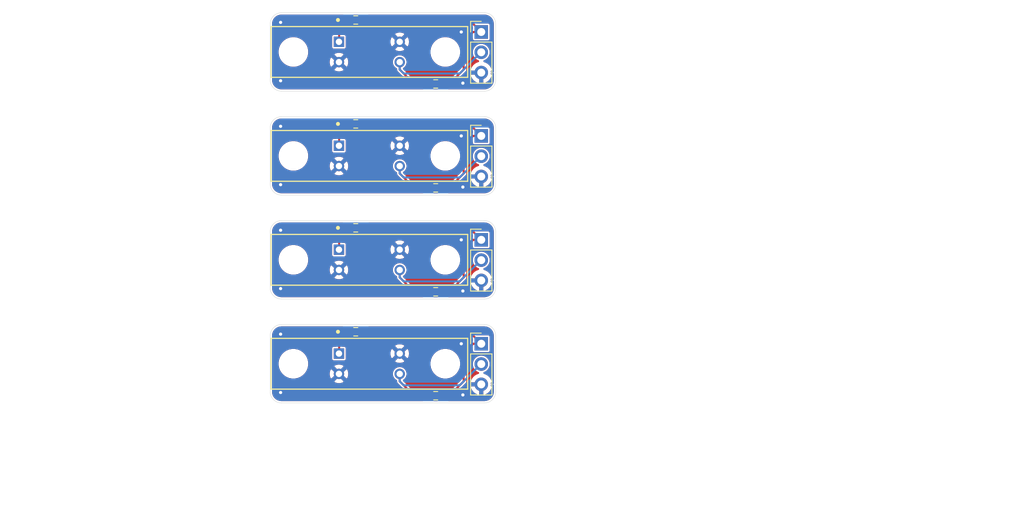
<source format=kicad_pcb>
(kicad_pcb (version 20171130) (host pcbnew "(5.1.10)-1")

  (general
    (thickness 1.6)
    (drawings 35)
    (tracks 94)
    (zones 0)
    (modules 16)
    (nets 14)
  )

  (page A4)
  (layers
    (0 F.Cu signal)
    (31 B.Cu signal)
    (32 B.Adhes user)
    (33 F.Adhes user)
    (34 B.Paste user)
    (35 F.Paste user)
    (36 B.SilkS user)
    (37 F.SilkS user)
    (38 B.Mask user)
    (39 F.Mask user)
    (40 Dwgs.User user)
    (41 Cmts.User user)
    (42 Eco1.User user)
    (43 Eco2.User user)
    (44 Edge.Cuts user)
    (45 Margin user)
    (46 B.CrtYd user)
    (47 F.CrtYd user)
    (48 B.Fab user)
    (49 F.Fab user)
  )

  (setup
    (last_trace_width 0.25)
    (trace_clearance 0.2)
    (zone_clearance 0.2)
    (zone_45_only no)
    (trace_min 0.2)
    (via_size 0.8)
    (via_drill 0.4)
    (via_min_size 0.4)
    (via_min_drill 0.3)
    (uvia_size 0.3)
    (uvia_drill 0.1)
    (uvias_allowed no)
    (uvia_min_size 0.2)
    (uvia_min_drill 0.1)
    (edge_width 0.05)
    (segment_width 0.2)
    (pcb_text_width 0.3)
    (pcb_text_size 1.5 1.5)
    (mod_edge_width 0.12)
    (mod_text_size 1 1)
    (mod_text_width 0.15)
    (pad_size 1.524 1.524)
    (pad_drill 0.762)
    (pad_to_mask_clearance 0)
    (aux_axis_origin 0 0)
    (visible_elements 7FFFFFFF)
    (pcbplotparams
      (layerselection 0x010fc_ffffffff)
      (usegerberextensions false)
      (usegerberattributes true)
      (usegerberadvancedattributes true)
      (creategerberjobfile true)
      (excludeedgelayer true)
      (linewidth 0.100000)
      (plotframeref false)
      (viasonmask false)
      (mode 1)
      (useauxorigin false)
      (hpglpennumber 1)
      (hpglpenspeed 20)
      (hpglpendiameter 15.000000)
      (psnegative false)
      (psa4output false)
      (plotreference true)
      (plotvalue true)
      (plotinvisibletext false)
      (padsonsilk false)
      (subtractmaskfromsilk false)
      (outputformat 1)
      (mirror false)
      (drillshape 0)
      (scaleselection 1)
      (outputdirectory "gerbers/"))
  )

  (net 0 "")
  (net 1 +5V)
  (net 2 "Net-(R1-Pad1)")
  (net 3 GND)
  (net 4 "Net-(R3-Pad1)")
  (net 5 "Net-(R5-Pad1)")
  (net 6 "Net-(R6-Pad1)")
  (net 7 OUT1)
  (net 8 OUT2)
  (net 9 OUT4)
  (net 10 OUT3)
  (net 11 +3V3)
  (net 12 VCCQ)
  (net 13 VCC)

  (net_class Default "This is the default net class."
    (clearance 0.2)
    (trace_width 0.25)
    (via_dia 0.8)
    (via_drill 0.4)
    (uvia_dia 0.3)
    (uvia_drill 0.1)
    (add_net +3V3)
    (add_net +5V)
    (add_net GND)
    (add_net "Net-(R1-Pad1)")
    (add_net "Net-(R3-Pad1)")
    (add_net "Net-(R5-Pad1)")
    (add_net "Net-(R6-Pad1)")
    (add_net OUT1)
    (add_net OUT2)
    (add_net OUT3)
    (add_net OUT4)
    (add_net VCC)
    (add_net VCCQ)
  )

  (module KSI_rotator_endstop:Vishay-TCST2300 (layer F.Cu) (tedit 615F0AAF) (tstamp 61647CC6)
    (at 138.2 127.5)
    (path /616518EC)
    (fp_text reference U4 (at -11.675 -4.225) (layer F.SilkS) hide
      (effects (font (size 1 1) (thickness 0.15)) (justify left))
    )
    (fp_text value TCST2103 (at 0 0) (layer F.SilkS) hide
      (effects (font (size 1.27 1.27) (thickness 0.15)))
    )
    (fp_circle (center -3.924999 -4) (end -3.799999 -4) (layer F.SilkS) (width 0.25))
    (fp_line (start 12.3 3.175) (end -12.3 3.175) (layer F.SilkS) (width 0.15))
    (fp_line (start 12.3 -3.175) (end 12.3 3.175) (layer F.SilkS) (width 0.15))
    (fp_line (start -12.3 -3.175) (end 12.3 -3.175) (layer F.SilkS) (width 0.15))
    (fp_line (start -12.3 3.175) (end -12.3 -3.175) (layer F.SilkS) (width 0.15))
    (fp_line (start 12.325 3.2) (end 12.325 -3.2) (layer F.CrtYd) (width 0.15))
    (fp_line (start -12.325 3.2) (end 12.325 3.2) (layer F.CrtYd) (width 0.15))
    (fp_line (start -12.325 -3.2) (end -12.325 3.2) (layer F.CrtYd) (width 0.15))
    (fp_line (start 12.325 -3.2) (end -12.325 -3.2) (layer F.CrtYd) (width 0.15))
    (fp_line (start 12.325 -3.2) (end 12.325 -3.2) (layer F.CrtYd) (width 0.15))
    (fp_line (start 12.3 3.175) (end -12.3 3.175) (layer F.Fab) (width 0.15))
    (fp_line (start 12.3 -3.175) (end 12.3 3.175) (layer F.Fab) (width 0.15))
    (fp_line (start -12.3 -3.175) (end 12.3 -3.175) (layer F.Fab) (width 0.15))
    (fp_line (start -12.3 3.175) (end -12.3 -3.175) (layer F.Fab) (width 0.15))
    (pad ~ np_thru_hole circle (at 9.5 0) (size 3.3 3.3) (drill 3.3) (layers *.Cu *.Mask))
    (pad ~ np_thru_hole circle (at -9.5 0) (size 3.3 3.3) (drill 3.3) (layers *.Cu *.Mask))
    (pad 4 thru_hole circle (at 3.8 1.27) (size 1.3 1.3) (drill 0.8) (layers *.Cu *.Mask)
      (net 10 OUT3))
    (pad 2 thru_hole circle (at 3.8 -1.27) (size 1.3 1.3) (drill 0.8) (layers *.Cu *.Mask)
      (net 3 GND))
    (pad 3 thru_hole circle (at -3.8 1.27) (size 1.3 1.3) (drill 0.8) (layers *.Cu *.Mask)
      (net 3 GND))
    (pad 1 thru_hole rect (at -3.8 -1.27) (size 1.3 1.3) (drill 0.8) (layers *.Cu *.Mask)
      (net 6 "Net-(R6-Pad1)"))
    (model ${KIPRJMOD}/libs/Vishay_-_TCST2103.step
      (at (xyz 0 0 0))
      (scale (xyz 1 1 1))
      (rotate (xyz 0 0 0))
    )
  )

  (module KSI_rotator_endstop:Vishay-TCST2300 (layer F.Cu) (tedit 615F0AAF) (tstamp 61647CAE)
    (at 138.2 114.5)
    (path /6164E26B)
    (fp_text reference U3 (at -11.675 -4.225) (layer F.SilkS) hide
      (effects (font (size 1 1) (thickness 0.15)) (justify left))
    )
    (fp_text value TCST2103 (at 0 0) (layer F.SilkS) hide
      (effects (font (size 1.27 1.27) (thickness 0.15)))
    )
    (fp_circle (center -3.924999 -4) (end -3.799999 -4) (layer F.SilkS) (width 0.25))
    (fp_line (start 12.3 3.175) (end -12.3 3.175) (layer F.SilkS) (width 0.15))
    (fp_line (start 12.3 -3.175) (end 12.3 3.175) (layer F.SilkS) (width 0.15))
    (fp_line (start -12.3 -3.175) (end 12.3 -3.175) (layer F.SilkS) (width 0.15))
    (fp_line (start -12.3 3.175) (end -12.3 -3.175) (layer F.SilkS) (width 0.15))
    (fp_line (start 12.325 3.2) (end 12.325 -3.2) (layer F.CrtYd) (width 0.15))
    (fp_line (start -12.325 3.2) (end 12.325 3.2) (layer F.CrtYd) (width 0.15))
    (fp_line (start -12.325 -3.2) (end -12.325 3.2) (layer F.CrtYd) (width 0.15))
    (fp_line (start 12.325 -3.2) (end -12.325 -3.2) (layer F.CrtYd) (width 0.15))
    (fp_line (start 12.325 -3.2) (end 12.325 -3.2) (layer F.CrtYd) (width 0.15))
    (fp_line (start 12.3 3.175) (end -12.3 3.175) (layer F.Fab) (width 0.15))
    (fp_line (start 12.3 -3.175) (end 12.3 3.175) (layer F.Fab) (width 0.15))
    (fp_line (start -12.3 -3.175) (end 12.3 -3.175) (layer F.Fab) (width 0.15))
    (fp_line (start -12.3 3.175) (end -12.3 -3.175) (layer F.Fab) (width 0.15))
    (pad ~ np_thru_hole circle (at 9.5 0) (size 3.3 3.3) (drill 3.3) (layers *.Cu *.Mask))
    (pad ~ np_thru_hole circle (at -9.5 0) (size 3.3 3.3) (drill 3.3) (layers *.Cu *.Mask))
    (pad 4 thru_hole circle (at 3.8 1.27) (size 1.3 1.3) (drill 0.8) (layers *.Cu *.Mask)
      (net 9 OUT4))
    (pad 2 thru_hole circle (at 3.8 -1.27) (size 1.3 1.3) (drill 0.8) (layers *.Cu *.Mask)
      (net 3 GND))
    (pad 3 thru_hole circle (at -3.8 1.27) (size 1.3 1.3) (drill 0.8) (layers *.Cu *.Mask)
      (net 3 GND))
    (pad 1 thru_hole rect (at -3.8 -1.27) (size 1.3 1.3) (drill 0.8) (layers *.Cu *.Mask)
      (net 5 "Net-(R5-Pad1)"))
    (model ${KIPRJMOD}/libs/Vishay_-_TCST2103.step
      (at (xyz 0 0 0))
      (scale (xyz 1 1 1))
      (rotate (xyz 0 0 0))
    )
  )

  (module KSI_rotator_endstop:Vishay-TCST2300 (layer F.Cu) (tedit 615F0AAF) (tstamp 6164880D)
    (at 138.2 101.5)
    (path /6164A83D)
    (fp_text reference U2 (at -11.675 -4.225) (layer F.SilkS) hide
      (effects (font (size 1 1) (thickness 0.15)) (justify left))
    )
    (fp_text value TCST2103 (at 0 0) (layer F.SilkS) hide
      (effects (font (size 1.27 1.27) (thickness 0.15)))
    )
    (fp_circle (center -3.924999 -4) (end -3.799999 -4) (layer F.SilkS) (width 0.25))
    (fp_line (start 12.3 3.175) (end -12.3 3.175) (layer F.SilkS) (width 0.15))
    (fp_line (start 12.3 -3.175) (end 12.3 3.175) (layer F.SilkS) (width 0.15))
    (fp_line (start -12.3 -3.175) (end 12.3 -3.175) (layer F.SilkS) (width 0.15))
    (fp_line (start -12.3 3.175) (end -12.3 -3.175) (layer F.SilkS) (width 0.15))
    (fp_line (start 12.325 3.2) (end 12.325 -3.2) (layer F.CrtYd) (width 0.15))
    (fp_line (start -12.325 3.2) (end 12.325 3.2) (layer F.CrtYd) (width 0.15))
    (fp_line (start -12.325 -3.2) (end -12.325 3.2) (layer F.CrtYd) (width 0.15))
    (fp_line (start 12.325 -3.2) (end -12.325 -3.2) (layer F.CrtYd) (width 0.15))
    (fp_line (start 12.325 -3.2) (end 12.325 -3.2) (layer F.CrtYd) (width 0.15))
    (fp_line (start 12.3 3.175) (end -12.3 3.175) (layer F.Fab) (width 0.15))
    (fp_line (start 12.3 -3.175) (end 12.3 3.175) (layer F.Fab) (width 0.15))
    (fp_line (start -12.3 -3.175) (end 12.3 -3.175) (layer F.Fab) (width 0.15))
    (fp_line (start -12.3 3.175) (end -12.3 -3.175) (layer F.Fab) (width 0.15))
    (pad ~ np_thru_hole circle (at 9.5 0) (size 3.3 3.3) (drill 3.3) (layers *.Cu *.Mask))
    (pad ~ np_thru_hole circle (at -9.5 0) (size 3.3 3.3) (drill 3.3) (layers *.Cu *.Mask))
    (pad 4 thru_hole circle (at 3.8 1.27) (size 1.3 1.3) (drill 0.8) (layers *.Cu *.Mask)
      (net 8 OUT2))
    (pad 2 thru_hole circle (at 3.8 -1.27) (size 1.3 1.3) (drill 0.8) (layers *.Cu *.Mask)
      (net 3 GND))
    (pad 3 thru_hole circle (at -3.8 1.27) (size 1.3 1.3) (drill 0.8) (layers *.Cu *.Mask)
      (net 3 GND))
    (pad 1 thru_hole rect (at -3.8 -1.27) (size 1.3 1.3) (drill 0.8) (layers *.Cu *.Mask)
      (net 4 "Net-(R3-Pad1)"))
    (model ${KIPRJMOD}/libs/Vishay_-_TCST2103.step
      (at (xyz 0 0 0))
      (scale (xyz 1 1 1))
      (rotate (xyz 0 0 0))
    )
  )

  (module Resistor_SMD:R_0603_1608Metric_Pad0.98x0.95mm_HandSolder (layer F.Cu) (tedit 5F68FEEE) (tstamp 61647C00)
    (at 146.5 131.5)
    (descr "Resistor SMD 0603 (1608 Metric), square (rectangular) end terminal, IPC_7351 nominal with elongated pad for handsoldering. (Body size source: IPC-SM-782 page 72, https://www.pcb-3d.com/wordpress/wp-content/uploads/ipc-sm-782a_amendment_1_and_2.pdf), generated with kicad-footprint-generator")
    (tags "resistor handsolder")
    (path /6165190A)
    (attr smd)
    (fp_text reference R8 (at 0 -1.43) (layer F.SilkS) hide
      (effects (font (size 1 1) (thickness 0.15)))
    )
    (fp_text value 10k (at 0 1.43) (layer F.Fab)
      (effects (font (size 1 1) (thickness 0.15)))
    )
    (fp_line (start 1.65 0.73) (end -1.65 0.73) (layer F.CrtYd) (width 0.05))
    (fp_line (start 1.65 -0.73) (end 1.65 0.73) (layer F.CrtYd) (width 0.05))
    (fp_line (start -1.65 -0.73) (end 1.65 -0.73) (layer F.CrtYd) (width 0.05))
    (fp_line (start -1.65 0.73) (end -1.65 -0.73) (layer F.CrtYd) (width 0.05))
    (fp_line (start -0.254724 0.5225) (end 0.254724 0.5225) (layer F.SilkS) (width 0.12))
    (fp_line (start -0.254724 -0.5225) (end 0.254724 -0.5225) (layer F.SilkS) (width 0.12))
    (fp_line (start 0.8 0.4125) (end -0.8 0.4125) (layer F.Fab) (width 0.1))
    (fp_line (start 0.8 -0.4125) (end 0.8 0.4125) (layer F.Fab) (width 0.1))
    (fp_line (start -0.8 -0.4125) (end 0.8 -0.4125) (layer F.Fab) (width 0.1))
    (fp_line (start -0.8 0.4125) (end -0.8 -0.4125) (layer F.Fab) (width 0.1))
    (fp_text user %R (at 0 0) (layer F.Fab)
      (effects (font (size 0.4 0.4) (thickness 0.06)))
    )
    (pad 2 smd roundrect (at 0.9125 0) (size 0.975 0.95) (layers F.Cu F.Paste F.Mask) (roundrect_rratio 0.25)
      (net 13 VCC))
    (pad 1 smd roundrect (at -0.9125 0) (size 0.975 0.95) (layers F.Cu F.Paste F.Mask) (roundrect_rratio 0.25)
      (net 10 OUT3))
    (model ${KISYS3DMOD}/Resistor_SMD.3dshapes/R_0603_1608Metric.wrl
      (at (xyz 0 0 0))
      (scale (xyz 1 1 1))
      (rotate (xyz 0 0 0))
    )
  )

  (module Resistor_SMD:R_0603_1608Metric_Pad0.98x0.95mm_HandSolder (layer F.Cu) (tedit 5F68FEEE) (tstamp 61647BEF)
    (at 146.5 118.5)
    (descr "Resistor SMD 0603 (1608 Metric), square (rectangular) end terminal, IPC_7351 nominal with elongated pad for handsoldering. (Body size source: IPC-SM-782 page 72, https://www.pcb-3d.com/wordpress/wp-content/uploads/ipc-sm-782a_amendment_1_and_2.pdf), generated with kicad-footprint-generator")
    (tags "resistor handsolder")
    (path /6164E289)
    (attr smd)
    (fp_text reference R7 (at 0 -1.43) (layer F.SilkS) hide
      (effects (font (size 1 1) (thickness 0.15)))
    )
    (fp_text value 10k (at 0 1.43) (layer F.Fab)
      (effects (font (size 1 1) (thickness 0.15)))
    )
    (fp_line (start 1.65 0.73) (end -1.65 0.73) (layer F.CrtYd) (width 0.05))
    (fp_line (start 1.65 -0.73) (end 1.65 0.73) (layer F.CrtYd) (width 0.05))
    (fp_line (start -1.65 -0.73) (end 1.65 -0.73) (layer F.CrtYd) (width 0.05))
    (fp_line (start -1.65 0.73) (end -1.65 -0.73) (layer F.CrtYd) (width 0.05))
    (fp_line (start -0.254724 0.5225) (end 0.254724 0.5225) (layer F.SilkS) (width 0.12))
    (fp_line (start -0.254724 -0.5225) (end 0.254724 -0.5225) (layer F.SilkS) (width 0.12))
    (fp_line (start 0.8 0.4125) (end -0.8 0.4125) (layer F.Fab) (width 0.1))
    (fp_line (start 0.8 -0.4125) (end 0.8 0.4125) (layer F.Fab) (width 0.1))
    (fp_line (start -0.8 -0.4125) (end 0.8 -0.4125) (layer F.Fab) (width 0.1))
    (fp_line (start -0.8 0.4125) (end -0.8 -0.4125) (layer F.Fab) (width 0.1))
    (fp_text user %R (at 0 0) (layer F.Fab)
      (effects (font (size 0.4 0.4) (thickness 0.06)))
    )
    (pad 2 smd roundrect (at 0.9125 0) (size 0.975 0.95) (layers F.Cu F.Paste F.Mask) (roundrect_rratio 0.25)
      (net 12 VCCQ))
    (pad 1 smd roundrect (at -0.9125 0) (size 0.975 0.95) (layers F.Cu F.Paste F.Mask) (roundrect_rratio 0.25)
      (net 9 OUT4))
    (model ${KISYS3DMOD}/Resistor_SMD.3dshapes/R_0603_1608Metric.wrl
      (at (xyz 0 0 0))
      (scale (xyz 1 1 1))
      (rotate (xyz 0 0 0))
    )
  )

  (module Resistor_SMD:R_0603_1608Metric_Pad0.98x0.95mm_HandSolder (layer F.Cu) (tedit 5F68FEEE) (tstamp 6164AC42)
    (at 136.5 123.5)
    (descr "Resistor SMD 0603 (1608 Metric), square (rectangular) end terminal, IPC_7351 nominal with elongated pad for handsoldering. (Body size source: IPC-SM-782 page 72, https://www.pcb-3d.com/wordpress/wp-content/uploads/ipc-sm-782a_amendment_1_and_2.pdf), generated with kicad-footprint-generator")
    (tags "resistor handsolder")
    (path /616518F2)
    (attr smd)
    (fp_text reference R6 (at 0 -1.43) (layer F.SilkS) hide
      (effects (font (size 1 1) (thickness 0.15)))
    )
    (fp_text value 330 (at 0 1.43) (layer F.Fab)
      (effects (font (size 1 1) (thickness 0.15)))
    )
    (fp_line (start 1.65 0.73) (end -1.65 0.73) (layer F.CrtYd) (width 0.05))
    (fp_line (start 1.65 -0.73) (end 1.65 0.73) (layer F.CrtYd) (width 0.05))
    (fp_line (start -1.65 -0.73) (end 1.65 -0.73) (layer F.CrtYd) (width 0.05))
    (fp_line (start -1.65 0.73) (end -1.65 -0.73) (layer F.CrtYd) (width 0.05))
    (fp_line (start -0.254724 0.5225) (end 0.254724 0.5225) (layer F.SilkS) (width 0.12))
    (fp_line (start -0.254724 -0.5225) (end 0.254724 -0.5225) (layer F.SilkS) (width 0.12))
    (fp_line (start 0.8 0.4125) (end -0.8 0.4125) (layer F.Fab) (width 0.1))
    (fp_line (start 0.8 -0.4125) (end 0.8 0.4125) (layer F.Fab) (width 0.1))
    (fp_line (start -0.8 -0.4125) (end 0.8 -0.4125) (layer F.Fab) (width 0.1))
    (fp_line (start -0.8 0.4125) (end -0.8 -0.4125) (layer F.Fab) (width 0.1))
    (fp_text user %R (at 0 0) (layer F.Fab)
      (effects (font (size 0.4 0.4) (thickness 0.06)))
    )
    (pad 2 smd roundrect (at 0.9125 0) (size 0.975 0.95) (layers F.Cu F.Paste F.Mask) (roundrect_rratio 0.25)
      (net 13 VCC))
    (pad 1 smd roundrect (at -0.9125 0) (size 0.975 0.95) (layers F.Cu F.Paste F.Mask) (roundrect_rratio 0.25)
      (net 6 "Net-(R6-Pad1)"))
    (model ${KISYS3DMOD}/Resistor_SMD.3dshapes/R_0603_1608Metric.wrl
      (at (xyz 0 0 0))
      (scale (xyz 1 1 1))
      (rotate (xyz 0 0 0))
    )
  )

  (module Resistor_SMD:R_0603_1608Metric_Pad0.98x0.95mm_HandSolder (layer F.Cu) (tedit 5F68FEEE) (tstamp 61647BCD)
    (at 136.5 110.5)
    (descr "Resistor SMD 0603 (1608 Metric), square (rectangular) end terminal, IPC_7351 nominal with elongated pad for handsoldering. (Body size source: IPC-SM-782 page 72, https://www.pcb-3d.com/wordpress/wp-content/uploads/ipc-sm-782a_amendment_1_and_2.pdf), generated with kicad-footprint-generator")
    (tags "resistor handsolder")
    (path /6164E271)
    (attr smd)
    (fp_text reference R5 (at 0 -1.43) (layer F.SilkS) hide
      (effects (font (size 1 1) (thickness 0.15)))
    )
    (fp_text value 330 (at 0 1.43) (layer F.Fab)
      (effects (font (size 1 1) (thickness 0.15)))
    )
    (fp_line (start 1.65 0.73) (end -1.65 0.73) (layer F.CrtYd) (width 0.05))
    (fp_line (start 1.65 -0.73) (end 1.65 0.73) (layer F.CrtYd) (width 0.05))
    (fp_line (start -1.65 -0.73) (end 1.65 -0.73) (layer F.CrtYd) (width 0.05))
    (fp_line (start -1.65 0.73) (end -1.65 -0.73) (layer F.CrtYd) (width 0.05))
    (fp_line (start -0.254724 0.5225) (end 0.254724 0.5225) (layer F.SilkS) (width 0.12))
    (fp_line (start -0.254724 -0.5225) (end 0.254724 -0.5225) (layer F.SilkS) (width 0.12))
    (fp_line (start 0.8 0.4125) (end -0.8 0.4125) (layer F.Fab) (width 0.1))
    (fp_line (start 0.8 -0.4125) (end 0.8 0.4125) (layer F.Fab) (width 0.1))
    (fp_line (start -0.8 -0.4125) (end 0.8 -0.4125) (layer F.Fab) (width 0.1))
    (fp_line (start -0.8 0.4125) (end -0.8 -0.4125) (layer F.Fab) (width 0.1))
    (fp_text user %R (at 0 0) (layer F.Fab)
      (effects (font (size 0.4 0.4) (thickness 0.06)))
    )
    (pad 2 smd roundrect (at 0.9125 0) (size 0.975 0.95) (layers F.Cu F.Paste F.Mask) (roundrect_rratio 0.25)
      (net 12 VCCQ))
    (pad 1 smd roundrect (at -0.9125 0) (size 0.975 0.95) (layers F.Cu F.Paste F.Mask) (roundrect_rratio 0.25)
      (net 5 "Net-(R5-Pad1)"))
    (model ${KISYS3DMOD}/Resistor_SMD.3dshapes/R_0603_1608Metric.wrl
      (at (xyz 0 0 0))
      (scale (xyz 1 1 1))
      (rotate (xyz 0 0 0))
    )
  )

  (module Resistor_SMD:R_0603_1608Metric_Pad0.98x0.95mm_HandSolder (layer F.Cu) (tedit 5F68FEEE) (tstamp 61649CE3)
    (at 146.5 105.5)
    (descr "Resistor SMD 0603 (1608 Metric), square (rectangular) end terminal, IPC_7351 nominal with elongated pad for handsoldering. (Body size source: IPC-SM-782 page 72, https://www.pcb-3d.com/wordpress/wp-content/uploads/ipc-sm-782a_amendment_1_and_2.pdf), generated with kicad-footprint-generator")
    (tags "resistor handsolder")
    (path /6164A85B)
    (attr smd)
    (fp_text reference R4 (at 0 -1.43) (layer F.SilkS) hide
      (effects (font (size 1 1) (thickness 0.15)))
    )
    (fp_text value 10k (at 0 1.43) (layer F.Fab)
      (effects (font (size 1 1) (thickness 0.15)))
    )
    (fp_line (start 1.65 0.73) (end -1.65 0.73) (layer F.CrtYd) (width 0.05))
    (fp_line (start 1.65 -0.73) (end 1.65 0.73) (layer F.CrtYd) (width 0.05))
    (fp_line (start -1.65 -0.73) (end 1.65 -0.73) (layer F.CrtYd) (width 0.05))
    (fp_line (start -1.65 0.73) (end -1.65 -0.73) (layer F.CrtYd) (width 0.05))
    (fp_line (start -0.254724 0.5225) (end 0.254724 0.5225) (layer F.SilkS) (width 0.12))
    (fp_line (start -0.254724 -0.5225) (end 0.254724 -0.5225) (layer F.SilkS) (width 0.12))
    (fp_line (start 0.8 0.4125) (end -0.8 0.4125) (layer F.Fab) (width 0.1))
    (fp_line (start 0.8 -0.4125) (end 0.8 0.4125) (layer F.Fab) (width 0.1))
    (fp_line (start -0.8 -0.4125) (end 0.8 -0.4125) (layer F.Fab) (width 0.1))
    (fp_line (start -0.8 0.4125) (end -0.8 -0.4125) (layer F.Fab) (width 0.1))
    (fp_text user %R (at 0 0) (layer F.Fab)
      (effects (font (size 0.4 0.4) (thickness 0.06)))
    )
    (pad 2 smd roundrect (at 0.9125 0) (size 0.975 0.95) (layers F.Cu F.Paste F.Mask) (roundrect_rratio 0.25)
      (net 11 +3V3))
    (pad 1 smd roundrect (at -0.9125 0) (size 0.975 0.95) (layers F.Cu F.Paste F.Mask) (roundrect_rratio 0.25)
      (net 8 OUT2))
    (model ${KISYS3DMOD}/Resistor_SMD.3dshapes/R_0603_1608Metric.wrl
      (at (xyz 0 0 0))
      (scale (xyz 1 1 1))
      (rotate (xyz 0 0 0))
    )
  )

  (module Resistor_SMD:R_0603_1608Metric_Pad0.98x0.95mm_HandSolder (layer F.Cu) (tedit 5F68FEEE) (tstamp 61647BAB)
    (at 136.5 97.5)
    (descr "Resistor SMD 0603 (1608 Metric), square (rectangular) end terminal, IPC_7351 nominal with elongated pad for handsoldering. (Body size source: IPC-SM-782 page 72, https://www.pcb-3d.com/wordpress/wp-content/uploads/ipc-sm-782a_amendment_1_and_2.pdf), generated with kicad-footprint-generator")
    (tags "resistor handsolder")
    (path /6164A843)
    (attr smd)
    (fp_text reference R3 (at 0 -1.43) (layer F.SilkS) hide
      (effects (font (size 1 1) (thickness 0.15)))
    )
    (fp_text value 330 (at 0 1.43) (layer F.Fab)
      (effects (font (size 1 1) (thickness 0.15)))
    )
    (fp_line (start 1.65 0.73) (end -1.65 0.73) (layer F.CrtYd) (width 0.05))
    (fp_line (start 1.65 -0.73) (end 1.65 0.73) (layer F.CrtYd) (width 0.05))
    (fp_line (start -1.65 -0.73) (end 1.65 -0.73) (layer F.CrtYd) (width 0.05))
    (fp_line (start -1.65 0.73) (end -1.65 -0.73) (layer F.CrtYd) (width 0.05))
    (fp_line (start -0.254724 0.5225) (end 0.254724 0.5225) (layer F.SilkS) (width 0.12))
    (fp_line (start -0.254724 -0.5225) (end 0.254724 -0.5225) (layer F.SilkS) (width 0.12))
    (fp_line (start 0.8 0.4125) (end -0.8 0.4125) (layer F.Fab) (width 0.1))
    (fp_line (start 0.8 -0.4125) (end 0.8 0.4125) (layer F.Fab) (width 0.1))
    (fp_line (start -0.8 -0.4125) (end 0.8 -0.4125) (layer F.Fab) (width 0.1))
    (fp_line (start -0.8 0.4125) (end -0.8 -0.4125) (layer F.Fab) (width 0.1))
    (fp_text user %R (at 0 0) (layer F.Fab)
      (effects (font (size 0.4 0.4) (thickness 0.06)))
    )
    (pad 2 smd roundrect (at 0.9125 0) (size 0.975 0.95) (layers F.Cu F.Paste F.Mask) (roundrect_rratio 0.25)
      (net 11 +3V3))
    (pad 1 smd roundrect (at -0.9125 0) (size 0.975 0.95) (layers F.Cu F.Paste F.Mask) (roundrect_rratio 0.25)
      (net 4 "Net-(R3-Pad1)"))
    (model ${KISYS3DMOD}/Resistor_SMD.3dshapes/R_0603_1608Metric.wrl
      (at (xyz 0 0 0))
      (scale (xyz 1 1 1))
      (rotate (xyz 0 0 0))
    )
  )

  (module Connector_PinHeader_2.54mm:PinHeader_1x03_P2.54mm_Vertical (layer F.Cu) (tedit 59FED5CC) (tstamp 61647B03)
    (at 152.2 125)
    (descr "Through hole straight pin header, 1x03, 2.54mm pitch, single row")
    (tags "Through hole pin header THT 1x03 2.54mm single row")
    (path /6165191E)
    (fp_text reference J4 (at 0 -2.33) (layer F.SilkS) hide
      (effects (font (size 1 1) (thickness 0.15)))
    )
    (fp_text value Conn_01x03 (at 0 7.41) (layer F.Fab)
      (effects (font (size 1 1) (thickness 0.15)))
    )
    (fp_line (start 1.8 -1.8) (end -1.8 -1.8) (layer F.CrtYd) (width 0.05))
    (fp_line (start 1.8 6.85) (end 1.8 -1.8) (layer F.CrtYd) (width 0.05))
    (fp_line (start -1.8 6.85) (end 1.8 6.85) (layer F.CrtYd) (width 0.05))
    (fp_line (start -1.8 -1.8) (end -1.8 6.85) (layer F.CrtYd) (width 0.05))
    (fp_line (start -1.33 -1.33) (end 0 -1.33) (layer F.SilkS) (width 0.12))
    (fp_line (start -1.33 0) (end -1.33 -1.33) (layer F.SilkS) (width 0.12))
    (fp_line (start -1.33 1.27) (end 1.33 1.27) (layer F.SilkS) (width 0.12))
    (fp_line (start 1.33 1.27) (end 1.33 6.41) (layer F.SilkS) (width 0.12))
    (fp_line (start -1.33 1.27) (end -1.33 6.41) (layer F.SilkS) (width 0.12))
    (fp_line (start -1.33 6.41) (end 1.33 6.41) (layer F.SilkS) (width 0.12))
    (fp_line (start -1.27 -0.635) (end -0.635 -1.27) (layer F.Fab) (width 0.1))
    (fp_line (start -1.27 6.35) (end -1.27 -0.635) (layer F.Fab) (width 0.1))
    (fp_line (start 1.27 6.35) (end -1.27 6.35) (layer F.Fab) (width 0.1))
    (fp_line (start 1.27 -1.27) (end 1.27 6.35) (layer F.Fab) (width 0.1))
    (fp_line (start -0.635 -1.27) (end 1.27 -1.27) (layer F.Fab) (width 0.1))
    (fp_text user %R (at 0 2.54 90) (layer F.Fab)
      (effects (font (size 1 1) (thickness 0.15)))
    )
    (pad 3 thru_hole oval (at 0 5.08) (size 1.7 1.7) (drill 1) (layers *.Cu *.Mask)
      (net 3 GND))
    (pad 2 thru_hole oval (at 0 2.54) (size 1.7 1.7) (drill 1) (layers *.Cu *.Mask)
      (net 10 OUT3))
    (pad 1 thru_hole rect (at 0 0) (size 1.7 1.7) (drill 1) (layers *.Cu *.Mask)
      (net 13 VCC))
    (model ${KISYS3DMOD}/Connector_PinHeader_2.54mm.3dshapes/PinHeader_1x03_P2.54mm_Vertical.wrl
      (at (xyz 0 0 0))
      (scale (xyz 1 1 1))
      (rotate (xyz 0 0 0))
    )
  )

  (module Connector_PinHeader_2.54mm:PinHeader_1x03_P2.54mm_Vertical (layer F.Cu) (tedit 59FED5CC) (tstamp 61647AEC)
    (at 152.2 112)
    (descr "Through hole straight pin header, 1x03, 2.54mm pitch, single row")
    (tags "Through hole pin header THT 1x03 2.54mm single row")
    (path /6164E29D)
    (fp_text reference J3 (at 0 -2.33) (layer F.SilkS) hide
      (effects (font (size 1 1) (thickness 0.15)))
    )
    (fp_text value Conn_01x03 (at 0 7.41) (layer F.Fab)
      (effects (font (size 1 1) (thickness 0.15)))
    )
    (fp_line (start 1.8 -1.8) (end -1.8 -1.8) (layer F.CrtYd) (width 0.05))
    (fp_line (start 1.8 6.85) (end 1.8 -1.8) (layer F.CrtYd) (width 0.05))
    (fp_line (start -1.8 6.85) (end 1.8 6.85) (layer F.CrtYd) (width 0.05))
    (fp_line (start -1.8 -1.8) (end -1.8 6.85) (layer F.CrtYd) (width 0.05))
    (fp_line (start -1.33 -1.33) (end 0 -1.33) (layer F.SilkS) (width 0.12))
    (fp_line (start -1.33 0) (end -1.33 -1.33) (layer F.SilkS) (width 0.12))
    (fp_line (start -1.33 1.27) (end 1.33 1.27) (layer F.SilkS) (width 0.12))
    (fp_line (start 1.33 1.27) (end 1.33 6.41) (layer F.SilkS) (width 0.12))
    (fp_line (start -1.33 1.27) (end -1.33 6.41) (layer F.SilkS) (width 0.12))
    (fp_line (start -1.33 6.41) (end 1.33 6.41) (layer F.SilkS) (width 0.12))
    (fp_line (start -1.27 -0.635) (end -0.635 -1.27) (layer F.Fab) (width 0.1))
    (fp_line (start -1.27 6.35) (end -1.27 -0.635) (layer F.Fab) (width 0.1))
    (fp_line (start 1.27 6.35) (end -1.27 6.35) (layer F.Fab) (width 0.1))
    (fp_line (start 1.27 -1.27) (end 1.27 6.35) (layer F.Fab) (width 0.1))
    (fp_line (start -0.635 -1.27) (end 1.27 -1.27) (layer F.Fab) (width 0.1))
    (fp_text user %R (at 0 2.54 90) (layer F.Fab)
      (effects (font (size 1 1) (thickness 0.15)))
    )
    (pad 3 thru_hole oval (at 0 5.08) (size 1.7 1.7) (drill 1) (layers *.Cu *.Mask)
      (net 3 GND))
    (pad 2 thru_hole oval (at 0 2.54) (size 1.7 1.7) (drill 1) (layers *.Cu *.Mask)
      (net 9 OUT4))
    (pad 1 thru_hole rect (at 0 0) (size 1.7 1.7) (drill 1) (layers *.Cu *.Mask)
      (net 12 VCCQ))
    (model ${KISYS3DMOD}/Connector_PinHeader_2.54mm.3dshapes/PinHeader_1x03_P2.54mm_Vertical.wrl
      (at (xyz 0 0 0))
      (scale (xyz 1 1 1))
      (rotate (xyz 0 0 0))
    )
  )

  (module Connector_PinHeader_2.54mm:PinHeader_1x03_P2.54mm_Vertical (layer F.Cu) (tedit 59FED5CC) (tstamp 61647AD5)
    (at 152.2 99)
    (descr "Through hole straight pin header, 1x03, 2.54mm pitch, single row")
    (tags "Through hole pin header THT 1x03 2.54mm single row")
    (path /6164A86F)
    (fp_text reference J2 (at 0 -2.33) (layer F.SilkS) hide
      (effects (font (size 1 1) (thickness 0.15)))
    )
    (fp_text value Conn_01x03 (at 0 7.41) (layer F.Fab)
      (effects (font (size 1 1) (thickness 0.15)))
    )
    (fp_line (start 1.8 -1.8) (end -1.8 -1.8) (layer F.CrtYd) (width 0.05))
    (fp_line (start 1.8 6.85) (end 1.8 -1.8) (layer F.CrtYd) (width 0.05))
    (fp_line (start -1.8 6.85) (end 1.8 6.85) (layer F.CrtYd) (width 0.05))
    (fp_line (start -1.8 -1.8) (end -1.8 6.85) (layer F.CrtYd) (width 0.05))
    (fp_line (start -1.33 -1.33) (end 0 -1.33) (layer F.SilkS) (width 0.12))
    (fp_line (start -1.33 0) (end -1.33 -1.33) (layer F.SilkS) (width 0.12))
    (fp_line (start -1.33 1.27) (end 1.33 1.27) (layer F.SilkS) (width 0.12))
    (fp_line (start 1.33 1.27) (end 1.33 6.41) (layer F.SilkS) (width 0.12))
    (fp_line (start -1.33 1.27) (end -1.33 6.41) (layer F.SilkS) (width 0.12))
    (fp_line (start -1.33 6.41) (end 1.33 6.41) (layer F.SilkS) (width 0.12))
    (fp_line (start -1.27 -0.635) (end -0.635 -1.27) (layer F.Fab) (width 0.1))
    (fp_line (start -1.27 6.35) (end -1.27 -0.635) (layer F.Fab) (width 0.1))
    (fp_line (start 1.27 6.35) (end -1.27 6.35) (layer F.Fab) (width 0.1))
    (fp_line (start 1.27 -1.27) (end 1.27 6.35) (layer F.Fab) (width 0.1))
    (fp_line (start -0.635 -1.27) (end 1.27 -1.27) (layer F.Fab) (width 0.1))
    (fp_text user %R (at 0 2.54 90) (layer F.Fab)
      (effects (font (size 1 1) (thickness 0.15)))
    )
    (pad 3 thru_hole oval (at 0 5.08) (size 1.7 1.7) (drill 1) (layers *.Cu *.Mask)
      (net 3 GND))
    (pad 2 thru_hole oval (at 0 2.54) (size 1.7 1.7) (drill 1) (layers *.Cu *.Mask)
      (net 8 OUT2))
    (pad 1 thru_hole rect (at 0 0) (size 1.7 1.7) (drill 1) (layers *.Cu *.Mask)
      (net 11 +3V3))
    (model ${KISYS3DMOD}/Connector_PinHeader_2.54mm.3dshapes/PinHeader_1x03_P2.54mm_Vertical.wrl
      (at (xyz 0 0 0))
      (scale (xyz 1 1 1))
      (rotate (xyz 0 0 0))
    )
  )

  (module KSI_rotator_endstop:Vishay-TCST2300 (layer F.Cu) (tedit 5EF21735) (tstamp 61601E31)
    (at 138.2 88.5)
    (path /61AC5883)
    (fp_text reference U1 (at -11.675 -4.225) (layer F.SilkS) hide
      (effects (font (size 1 1) (thickness 0.15)) (justify left))
    )
    (fp_text value TCST2103 (at 0 0) (layer F.SilkS) hide
      (effects (font (size 1.27 1.27) (thickness 0.15)))
    )
    (fp_circle (center -3.924999 -4) (end -3.799999 -4) (layer F.SilkS) (width 0.25))
    (fp_line (start 12.3 3.175) (end -12.3 3.175) (layer F.SilkS) (width 0.15))
    (fp_line (start 12.3 -3.175) (end 12.3 3.175) (layer F.SilkS) (width 0.15))
    (fp_line (start -12.3 -3.175) (end 12.3 -3.175) (layer F.SilkS) (width 0.15))
    (fp_line (start -12.3 3.175) (end -12.3 -3.175) (layer F.SilkS) (width 0.15))
    (fp_line (start 12.325 3.2) (end 12.325 -3.2) (layer F.CrtYd) (width 0.15))
    (fp_line (start -12.325 3.2) (end 12.325 3.2) (layer F.CrtYd) (width 0.15))
    (fp_line (start -12.325 -3.2) (end -12.325 3.2) (layer F.CrtYd) (width 0.15))
    (fp_line (start 12.325 -3.2) (end -12.325 -3.2) (layer F.CrtYd) (width 0.15))
    (fp_line (start 12.325 -3.2) (end 12.325 -3.2) (layer F.CrtYd) (width 0.15))
    (fp_line (start 12.3 3.175) (end -12.3 3.175) (layer F.Fab) (width 0.15))
    (fp_line (start 12.3 -3.175) (end 12.3 3.175) (layer F.Fab) (width 0.15))
    (fp_line (start -12.3 -3.175) (end 12.3 -3.175) (layer F.Fab) (width 0.15))
    (fp_line (start -12.3 3.175) (end -12.3 -3.175) (layer F.Fab) (width 0.15))
    (pad ~ np_thru_hole circle (at 9.5 0) (size 3.3 3.3) (drill 3.3) (layers *.Cu *.Mask))
    (pad ~ np_thru_hole circle (at -9.5 0) (size 3.3 3.3) (drill 3.3) (layers *.Cu *.Mask))
    (pad 4 thru_hole circle (at 3.8 1.27) (size 1.3 1.3) (drill 0.8) (layers *.Cu)
      (net 7 OUT1))
    (pad 2 thru_hole circle (at 3.8 -1.27) (size 1.3 1.3) (drill 0.8) (layers *.Cu)
      (net 3 GND))
    (pad 3 thru_hole circle (at -3.8 1.27) (size 1.3 1.3) (drill 0.8) (layers *.Cu)
      (net 3 GND))
    (pad 1 thru_hole rect (at -3.8 -1.27) (size 1.3 1.3) (drill 0.8) (layers *.Cu)
      (net 2 "Net-(R1-Pad1)"))
    (model ${KIPRJMOD}/libs/Vishay_-_TCST2103.step
      (at (xyz 0 0 0))
      (scale (xyz 1 1 1))
      (rotate (xyz 0 0 0))
    )
  )

  (module Connector_PinHeader_2.54mm:PinHeader_1x03_P2.54mm_Vertical (layer F.Cu) (tedit 59FED5CC) (tstamp 616016F8)
    (at 152.2 86)
    (descr "Through hole straight pin header, 1x03, 2.54mm pitch, single row")
    (tags "Through hole pin header THT 1x03 2.54mm single row")
    (path /61AD37E3)
    (fp_text reference J1 (at 0 -2.33) (layer F.SilkS) hide
      (effects (font (size 1 1) (thickness 0.15)))
    )
    (fp_text value Conn_01x03 (at 0 7.41) (layer F.Fab)
      (effects (font (size 1 1) (thickness 0.15)))
    )
    (fp_line (start 1.8 -1.8) (end -1.8 -1.8) (layer F.CrtYd) (width 0.05))
    (fp_line (start 1.8 6.85) (end 1.8 -1.8) (layer F.CrtYd) (width 0.05))
    (fp_line (start -1.8 6.85) (end 1.8 6.85) (layer F.CrtYd) (width 0.05))
    (fp_line (start -1.8 -1.8) (end -1.8 6.85) (layer F.CrtYd) (width 0.05))
    (fp_line (start -1.33 -1.33) (end 0 -1.33) (layer F.SilkS) (width 0.12))
    (fp_line (start -1.33 0) (end -1.33 -1.33) (layer F.SilkS) (width 0.12))
    (fp_line (start -1.33 1.27) (end 1.33 1.27) (layer F.SilkS) (width 0.12))
    (fp_line (start 1.33 1.27) (end 1.33 6.41) (layer F.SilkS) (width 0.12))
    (fp_line (start -1.33 1.27) (end -1.33 6.41) (layer F.SilkS) (width 0.12))
    (fp_line (start -1.33 6.41) (end 1.33 6.41) (layer F.SilkS) (width 0.12))
    (fp_line (start -1.27 -0.635) (end -0.635 -1.27) (layer F.Fab) (width 0.1))
    (fp_line (start -1.27 6.35) (end -1.27 -0.635) (layer F.Fab) (width 0.1))
    (fp_line (start 1.27 6.35) (end -1.27 6.35) (layer F.Fab) (width 0.1))
    (fp_line (start 1.27 -1.27) (end 1.27 6.35) (layer F.Fab) (width 0.1))
    (fp_line (start -0.635 -1.27) (end 1.27 -1.27) (layer F.Fab) (width 0.1))
    (fp_text user %R (at 0 2.54 90) (layer F.Fab)
      (effects (font (size 1 1) (thickness 0.15)))
    )
    (pad 3 thru_hole oval (at 0 5.08) (size 1.7 1.7) (drill 1) (layers *.Cu *.Mask)
      (net 3 GND))
    (pad 2 thru_hole oval (at 0 2.54) (size 1.7 1.7) (drill 1) (layers *.Cu *.Mask)
      (net 7 OUT1))
    (pad 1 thru_hole rect (at 0 0) (size 1.7 1.7) (drill 1) (layers *.Cu *.Mask)
      (net 1 +5V))
    (model ${KISYS3DMOD}/Connector_PinHeader_2.54mm.3dshapes/PinHeader_1x03_P2.54mm_Vertical.wrl
      (at (xyz 0 0 0))
      (scale (xyz 1 1 1))
      (rotate (xyz 0 0 0))
    )
  )

  (module Resistor_SMD:R_0603_1608Metric_Pad0.98x0.95mm_HandSolder (layer F.Cu) (tedit 5F68FEEE) (tstamp 61601975)
    (at 136.5 84.5)
    (descr "Resistor SMD 0603 (1608 Metric), square (rectangular) end terminal, IPC_7351 nominal with elongated pad for handsoldering. (Body size source: IPC-SM-782 page 72, https://www.pcb-3d.com/wordpress/wp-content/uploads/ipc-sm-782a_amendment_1_and_2.pdf), generated with kicad-footprint-generator")
    (tags "resistor handsolder")
    (path /61AC88F6)
    (attr smd)
    (fp_text reference R1 (at 0 -1.43) (layer F.SilkS) hide
      (effects (font (size 1 1) (thickness 0.15)))
    )
    (fp_text value 330 (at 0 1.43) (layer F.Fab)
      (effects (font (size 1 1) (thickness 0.15)))
    )
    (fp_line (start 1.65 0.73) (end -1.65 0.73) (layer F.CrtYd) (width 0.05))
    (fp_line (start 1.65 -0.73) (end 1.65 0.73) (layer F.CrtYd) (width 0.05))
    (fp_line (start -1.65 -0.73) (end 1.65 -0.73) (layer F.CrtYd) (width 0.05))
    (fp_line (start -1.65 0.73) (end -1.65 -0.73) (layer F.CrtYd) (width 0.05))
    (fp_line (start -0.254724 0.5225) (end 0.254724 0.5225) (layer F.SilkS) (width 0.12))
    (fp_line (start -0.254724 -0.5225) (end 0.254724 -0.5225) (layer F.SilkS) (width 0.12))
    (fp_line (start 0.8 0.4125) (end -0.8 0.4125) (layer F.Fab) (width 0.1))
    (fp_line (start 0.8 -0.4125) (end 0.8 0.4125) (layer F.Fab) (width 0.1))
    (fp_line (start -0.8 -0.4125) (end 0.8 -0.4125) (layer F.Fab) (width 0.1))
    (fp_line (start -0.8 0.4125) (end -0.8 -0.4125) (layer F.Fab) (width 0.1))
    (fp_text user %R (at 0 0) (layer F.Fab)
      (effects (font (size 0.4 0.4) (thickness 0.06)))
    )
    (pad 2 smd roundrect (at 0.9125 0) (size 0.975 0.95) (layers F.Cu F.Paste F.Mask) (roundrect_rratio 0.25)
      (net 1 +5V))
    (pad 1 smd roundrect (at -0.9125 0) (size 0.975 0.95) (layers F.Cu F.Paste F.Mask) (roundrect_rratio 0.25)
      (net 2 "Net-(R1-Pad1)"))
    (model ${KISYS3DMOD}/Resistor_SMD.3dshapes/R_0603_1608Metric.wrl
      (at (xyz 0 0 0))
      (scale (xyz 1 1 1))
      (rotate (xyz 0 0 0))
    )
  )

  (module Resistor_SMD:R_0603_1608Metric_Pad0.98x0.95mm_HandSolder (layer F.Cu) (tedit 5F68FEEE) (tstamp 61601C08)
    (at 146.5 92.5)
    (descr "Resistor SMD 0603 (1608 Metric), square (rectangular) end terminal, IPC_7351 nominal with elongated pad for handsoldering. (Body size source: IPC-SM-782 page 72, https://www.pcb-3d.com/wordpress/wp-content/uploads/ipc-sm-782a_amendment_1_and_2.pdf), generated with kicad-footprint-generator")
    (tags "resistor handsolder")
    (path /61ACD0CF)
    (attr smd)
    (fp_text reference R2 (at 0 -1.43) (layer F.SilkS) hide
      (effects (font (size 1 1) (thickness 0.15)))
    )
    (fp_text value 10k (at 0 1.43) (layer F.Fab)
      (effects (font (size 1 1) (thickness 0.15)))
    )
    (fp_line (start 1.65 0.73) (end -1.65 0.73) (layer F.CrtYd) (width 0.05))
    (fp_line (start 1.65 -0.73) (end 1.65 0.73) (layer F.CrtYd) (width 0.05))
    (fp_line (start -1.65 -0.73) (end 1.65 -0.73) (layer F.CrtYd) (width 0.05))
    (fp_line (start -1.65 0.73) (end -1.65 -0.73) (layer F.CrtYd) (width 0.05))
    (fp_line (start -0.254724 0.5225) (end 0.254724 0.5225) (layer F.SilkS) (width 0.12))
    (fp_line (start -0.254724 -0.5225) (end 0.254724 -0.5225) (layer F.SilkS) (width 0.12))
    (fp_line (start 0.8 0.4125) (end -0.8 0.4125) (layer F.Fab) (width 0.1))
    (fp_line (start 0.8 -0.4125) (end 0.8 0.4125) (layer F.Fab) (width 0.1))
    (fp_line (start -0.8 -0.4125) (end 0.8 -0.4125) (layer F.Fab) (width 0.1))
    (fp_line (start -0.8 0.4125) (end -0.8 -0.4125) (layer F.Fab) (width 0.1))
    (fp_text user %R (at 0 0) (layer F.Fab)
      (effects (font (size 0.4 0.4) (thickness 0.06)))
    )
    (pad 2 smd roundrect (at 0.9125 0) (size 0.975 0.95) (layers F.Cu F.Paste F.Mask) (roundrect_rratio 0.25)
      (net 1 +5V))
    (pad 1 smd roundrect (at -0.9125 0) (size 0.975 0.95) (layers F.Cu F.Paste F.Mask) (roundrect_rratio 0.25)
      (net 7 OUT1))
    (model ${KISYS3DMOD}/Resistor_SMD.3dshapes/R_0603_1608Metric.wrl
      (at (xyz 0 0 0))
      (scale (xyz 1 1 1))
      (rotate (xyz 0 0 0))
    )
  )

  (gr_line (start 141 119.3) (end 141 122.7) (layer Eco1.User) (width 0.15) (tstamp 6164904D))
  (gr_arc (start 127.2 124) (end 127.2 122.6) (angle -90) (layer Edge.Cuts) (width 0.05) (tstamp 6164905F))
  (gr_arc (start 152.6 131) (end 152.6 132.4) (angle -90) (layer Edge.Cuts) (width 0.05) (tstamp 61649059))
  (gr_arc (start 127.2 118) (end 125.8 118) (angle -90) (layer Edge.Cuts) (width 0.05) (tstamp 6164905C))
  (gr_line (start 152.6 132.4) (end 127.2 132.4) (layer Edge.Cuts) (width 0.05) (tstamp 61649050))
  (gr_line (start 127.2 122.6) (end 152.6 122.6) (layer Edge.Cuts) (width 0.05) (tstamp 61649062))
  (gr_arc (start 127.2 131) (end 125.8 131) (angle -90) (layer Edge.Cuts) (width 0.05) (tstamp 61649056))
  (gr_arc (start 152.6 124) (end 154 124) (angle -90) (layer Edge.Cuts) (width 0.05) (tstamp 61649065))
  (gr_line (start 125.8 124) (end 125.8 131) (layer Edge.Cuts) (width 0.05) (tstamp 61649071))
  (gr_line (start 154 124) (end 154 131) (layer Edge.Cuts) (width 0.05) (tstamp 61649074))
  (gr_arc (start 152.6 111) (end 154 111) (angle -90) (layer Edge.Cuts) (width 0.05) (tstamp 61649077))
  (gr_line (start 125.8 111) (end 125.8 118) (layer Edge.Cuts) (width 0.05) (tstamp 61649068))
  (gr_arc (start 152.6 118) (end 152.6 119.4) (angle -90) (layer Edge.Cuts) (width 0.05) (tstamp 6164907A))
  (gr_line (start 152.6 119.4) (end 127.2 119.4) (layer Edge.Cuts) (width 0.05) (tstamp 6164906B))
  (gr_line (start 127.2 109.6) (end 152.6 109.6) (layer Edge.Cuts) (width 0.05) (tstamp 6164907D))
  (gr_line (start 154 111) (end 154 118) (layer Edge.Cuts) (width 0.05) (tstamp 61649080))
  (gr_arc (start 127.2 111) (end 127.2 109.6) (angle -90) (layer Edge.Cuts) (width 0.05) (tstamp 6164906E))
  (gr_line (start 141 106.3) (end 141 109.7) (layer Eco1.User) (width 0.15) (tstamp 616486D4))
  (gr_arc (start 127.2 105) (end 125.8 105) (angle -90) (layer Edge.Cuts) (width 0.05) (tstamp 616486DA))
  (gr_arc (start 152.6 98) (end 154 98) (angle -90) (layer Edge.Cuts) (width 0.05) (tstamp 616486DD))
  (gr_line (start 125.8 98) (end 125.8 105) (layer Edge.Cuts) (width 0.05) (tstamp 616486E0))
  (gr_arc (start 152.6 105) (end 152.6 106.4) (angle -90) (layer Edge.Cuts) (width 0.05) (tstamp 616486CE))
  (gr_line (start 152.6 106.4) (end 127.2 106.4) (layer Edge.Cuts) (width 0.05) (tstamp 616486D1))
  (gr_line (start 127.2 96.6) (end 152.6 96.6) (layer Edge.Cuts) (width 0.05) (tstamp 616486D7))
  (gr_line (start 154 98) (end 154 105) (layer Edge.Cuts) (width 0.05) (tstamp 616486E3))
  (gr_arc (start 127.2 98) (end 127.2 96.6) (angle -90) (layer Edge.Cuts) (width 0.05) (tstamp 616486CB))
  (gr_arc (start 127.2 85) (end 127.2 83.6) (angle -90) (layer Edge.Cuts) (width 0.05) (tstamp 6160224B))
  (gr_line (start 154 85) (end 154 92) (layer Edge.Cuts) (width 0.05) (tstamp 61602309))
  (gr_line (start 127.2 83.6) (end 152.6 83.6) (layer Edge.Cuts) (width 0.05) (tstamp 6160225D))
  (gr_line (start 152.6 93.4) (end 127.2 93.4) (layer Edge.Cuts) (width 0.05) (tstamp 61602257))
  (gr_arc (start 152.6 92) (end 152.6 93.4) (angle -90) (layer Edge.Cuts) (width 0.05) (tstamp 6160224B))
  (gr_line (start 125.8 85) (end 125.8 92) (layer Edge.Cuts) (width 0.05) (tstamp 6160225A))
  (gr_arc (start 152.6 85) (end 154 85) (angle -90) (layer Edge.Cuts) (width 0.05) (tstamp 6160224B))
  (gr_arc (start 127.2 92) (end 125.8 92) (angle -90) (layer Edge.Cuts) (width 0.05))
  (gr_line (start 141 93.3) (end 141 96.7) (layer Eco1.User) (width 0.15) (tstamp 615F22BE))

  (segment (start 150 90.7) (end 150 87.2) (width 0.25) (layer F.Cu) (net 1))
  (segment (start 148.2 92.5) (end 150 90.7) (width 0.25) (layer F.Cu) (net 1))
  (segment (start 147.4125 92.5) (end 148.2 92.5) (width 0.25) (layer F.Cu) (net 1))
  (segment (start 151.2 86) (end 152.2 86) (width 0.25) (layer F.Cu) (net 1))
  (segment (start 150 87.2) (end 151.2 86) (width 0.25) (layer F.Cu) (net 1))
  (segment (start 151.2 85) (end 152.2 86) (width 0.25) (layer F.Cu) (net 1))
  (segment (start 137.7125 84.8) (end 137.9125 85) (width 0.25) (layer F.Cu) (net 1))
  (segment (start 137.9125 85) (end 151.2 85) (width 0.25) (layer F.Cu) (net 1))
  (segment (start 137.7125 84.5) (end 137.7125 84.8) (width 0.25) (layer F.Cu) (net 1))
  (segment (start 134.425 84.9625) (end 134.425 87.305) (width 0.25) (layer F.Cu) (net 2))
  (segment (start 134.8875 84.5) (end 134.425 84.9625) (width 0.25) (layer F.Cu) (net 2))
  (segment (start 135.8875 84.5) (end 134.8875 84.5) (width 0.25) (layer F.Cu) (net 2))
  (via (at 149.9 118.4) (size 0.8) (drill 0.4) (layers F.Cu B.Cu) (net 3) (tstamp 61648E0A))
  (via (at 127.1 110.8) (size 0.8) (drill 0.4) (layers F.Cu B.Cu) (net 3) (tstamp 61648DF5))
  (via (at 127.1 118.1) (size 0.8) (drill 0.4) (layers F.Cu B.Cu) (net 3) (tstamp 61648E04))
  (via (at 149.7 112) (size 0.8) (drill 0.4) (layers F.Cu B.Cu) (net 3) (tstamp 61648E07))
  (via (at 127.1 131.1) (size 0.8) (drill 0.4) (layers F.Cu B.Cu) (net 3) (tstamp 61648DFE))
  (via (at 149.7 125) (size 0.8) (drill 0.4) (layers F.Cu B.Cu) (net 3) (tstamp 61648E01))
  (via (at 149.9 131.4) (size 0.8) (drill 0.4) (layers F.Cu B.Cu) (net 3) (tstamp 61648DFB))
  (via (at 127.1 123.8) (size 0.8) (drill 0.4) (layers F.Cu B.Cu) (net 3) (tstamp 61648DF8))
  (via (at 149.9 105.4) (size 0.8) (drill 0.4) (layers F.Cu B.Cu) (net 3) (tstamp 616485DB))
  (via (at 127.1 97.8) (size 0.8) (drill 0.4) (layers F.Cu B.Cu) (net 3) (tstamp 616485D8))
  (via (at 127.1 105.1) (size 0.8) (drill 0.4) (layers F.Cu B.Cu) (net 3) (tstamp 616485E1))
  (via (at 149.7 99) (size 0.8) (drill 0.4) (layers F.Cu B.Cu) (net 3) (tstamp 616485DE))
  (via (at 149.7 86) (size 0.8) (drill 0.4) (layers F.Cu B.Cu) (net 3))
  (via (at 127.1 92.1) (size 0.8) (drill 0.4) (layers F.Cu B.Cu) (net 3))
  (via (at 127.1 84.8) (size 0.8) (drill 0.4) (layers F.Cu B.Cu) (net 3))
  (via (at 149.9 92.4) (size 0.8) (drill 0.4) (layers F.Cu B.Cu) (net 3))
  (segment (start 134.425 97.9625) (end 134.425 100.305) (width 0.25) (layer F.Cu) (net 4))
  (segment (start 134.8875 97.5) (end 134.425 97.9625) (width 0.25) (layer F.Cu) (net 4))
  (segment (start 135.5875 97.5) (end 134.8875 97.5) (width 0.25) (layer F.Cu) (net 4))
  (segment (start 134.425 110.9625) (end 134.425 113.305) (width 0.25) (layer F.Cu) (net 5))
  (segment (start 134.8875 110.5) (end 134.425 110.9625) (width 0.25) (layer F.Cu) (net 5))
  (segment (start 135.8875 110.5) (end 134.8875 110.5) (width 0.25) (layer F.Cu) (net 5))
  (segment (start 134.425 123.9625) (end 134.425 126.305) (width 0.25) (layer F.Cu) (net 6))
  (segment (start 134.8875 123.5) (end 134.425 123.9625) (width 0.25) (layer F.Cu) (net 6))
  (segment (start 135.5875 123.5) (end 134.8875 123.5) (width 0.25) (layer F.Cu) (net 6))
  (segment (start 142.5 91.2) (end 149.5 91.2) (width 0.25) (layer B.Cu) (net 7))
  (segment (start 149.5 91.2) (end 152.16 88.54) (width 0.25) (layer B.Cu) (net 7))
  (segment (start 142 89.77) (end 142 90.7) (width 0.25) (layer B.Cu) (net 7))
  (segment (start 142 90.7) (end 142.5 91.2) (width 0.25) (layer B.Cu) (net 7))
  (segment (start 152.16 88.54) (end 152.2 88.54) (width 0.25) (layer B.Cu) (net 7))
  (segment (start 142 90.7) (end 142 89.77) (width 0.25) (layer F.Cu) (net 7))
  (segment (start 143.8 92.5) (end 142 90.7) (width 0.25) (layer F.Cu) (net 7))
  (segment (start 145.4875 92.5) (end 143.8 92.5) (width 0.25) (layer F.Cu) (net 7))
  (segment (start 152.16 101.54) (end 152.2 101.54) (width 0.25) (layer B.Cu) (net 8) (tstamp 616485AB))
  (segment (start 142 103.7) (end 142.5 104.2) (width 0.25) (layer B.Cu) (net 8) (tstamp 616485C3))
  (segment (start 142 102.77) (end 142 103.7) (width 0.25) (layer B.Cu) (net 8) (tstamp 616485D5))
  (segment (start 149.5 104.2) (end 152.16 101.54) (width 0.25) (layer B.Cu) (net 8) (tstamp 616485B7))
  (segment (start 142.5 104.2) (end 149.5 104.2) (width 0.25) (layer B.Cu) (net 8) (tstamp 616485C9))
  (segment (start 142 103.7) (end 142 102.77) (width 0.25) (layer F.Cu) (net 8))
  (segment (start 143.8 105.5) (end 142 103.7) (width 0.25) (layer F.Cu) (net 8))
  (segment (start 145.4875 105.5) (end 143.8 105.5) (width 0.25) (layer F.Cu) (net 8))
  (segment (start 152.16 114.54) (end 152.2 114.54) (width 0.25) (layer B.Cu) (net 9) (tstamp 61648E55))
  (segment (start 142 116.7) (end 142.5 117.2) (width 0.25) (layer B.Cu) (net 9) (tstamp 61648E31))
  (segment (start 142 115.77) (end 142 116.7) (width 0.25) (layer B.Cu) (net 9) (tstamp 61648E4C))
  (segment (start 149.5 117.2) (end 152.16 114.54) (width 0.25) (layer B.Cu) (net 9) (tstamp 61648E10))
  (segment (start 142.5 117.2) (end 149.5 117.2) (width 0.25) (layer B.Cu) (net 9) (tstamp 61648E5B))
  (segment (start 142 116.7) (end 142 115.77) (width 0.25) (layer F.Cu) (net 9))
  (segment (start 143.8 118.5) (end 142 116.7) (width 0.25) (layer F.Cu) (net 9))
  (segment (start 145.4875 118.5) (end 143.8 118.5) (width 0.25) (layer F.Cu) (net 9))
  (segment (start 142 128.77) (end 142 129.7) (width 0.25) (layer B.Cu) (net 10) (tstamp 61648E1C))
  (segment (start 142.5 130.2) (end 149.5 130.2) (width 0.25) (layer B.Cu) (net 10) (tstamp 61648E43))
  (segment (start 142 129.7) (end 142.5 130.2) (width 0.25) (layer B.Cu) (net 10) (tstamp 61648E76))
  (segment (start 149.5 130.2) (end 152.16 127.54) (width 0.25) (layer B.Cu) (net 10) (tstamp 61648E3A))
  (segment (start 152.16 127.54) (end 152.2 127.54) (width 0.25) (layer B.Cu) (net 10) (tstamp 61648E2E))
  (segment (start 142 129.7) (end 142 128.77) (width 0.25) (layer F.Cu) (net 10))
  (segment (start 143.8 131.5) (end 142 129.7) (width 0.25) (layer F.Cu) (net 10))
  (segment (start 145.4875 131.5) (end 143.8 131.5) (width 0.25) (layer F.Cu) (net 10))
  (segment (start 150 100.2) (end 151.2 99) (width 0.25) (layer F.Cu) (net 11) (tstamp 616485C0))
  (segment (start 151.2 99) (end 152.2 99) (width 0.25) (layer F.Cu) (net 11) (tstamp 6164859F))
  (segment (start 147.4125 105.5) (end 148.2 105.5) (width 0.25) (layer F.Cu) (net 11) (tstamp 616485A8))
  (segment (start 148.2 105.5) (end 150 103.7) (width 0.25) (layer F.Cu) (net 11) (tstamp 616485A5))
  (segment (start 150 103.7) (end 150 100.2) (width 0.25) (layer F.Cu) (net 11) (tstamp 616485C6))
  (segment (start 151.2 98) (end 152.2 99) (width 0.25) (layer F.Cu) (net 11))
  (segment (start 137.9125 98) (end 151.2 98) (width 0.25) (layer F.Cu) (net 11))
  (segment (start 137.4125 97.5) (end 137.9125 98) (width 0.25) (layer F.Cu) (net 11))
  (segment (start 150 113.2) (end 151.2 112) (width 0.25) (layer F.Cu) (net 12) (tstamp 61648E7C))
  (segment (start 151.2 112) (end 152.2 112) (width 0.25) (layer F.Cu) (net 12) (tstamp 61648E2B))
  (segment (start 147.4125 118.5) (end 148.2 118.5) (width 0.25) (layer F.Cu) (net 12) (tstamp 61648E6A))
  (segment (start 148.2 118.5) (end 150 116.7) (width 0.25) (layer F.Cu) (net 12) (tstamp 61648E61))
  (segment (start 150 116.7) (end 150 113.2) (width 0.25) (layer F.Cu) (net 12) (tstamp 61648E22))
  (segment (start 151.2 111) (end 152.2 112) (width 0.25) (layer F.Cu) (net 12))
  (segment (start 137.9125 111) (end 151.2 111) (width 0.25) (layer F.Cu) (net 12))
  (segment (start 137.4125 110.5) (end 137.9125 111) (width 0.25) (layer F.Cu) (net 12))
  (segment (start 150 129.7) (end 150 126.2) (width 0.25) (layer F.Cu) (net 13) (tstamp 61648E58))
  (segment (start 150 126.2) (end 151.2 125) (width 0.25) (layer F.Cu) (net 13) (tstamp 61648E1F))
  (segment (start 147.4125 131.5) (end 148.2 131.5) (width 0.25) (layer F.Cu) (net 13) (tstamp 61648E3D))
  (segment (start 148.2 131.5) (end 150 129.7) (width 0.25) (layer F.Cu) (net 13) (tstamp 61648E70))
  (segment (start 151.2 125) (end 152.2 125) (width 0.25) (layer F.Cu) (net 13) (tstamp 61648E40))
  (segment (start 151.2 124) (end 152.2 125) (width 0.25) (layer F.Cu) (net 13))
  (segment (start 137.9125 124) (end 151.2 124) (width 0.25) (layer F.Cu) (net 13))
  (segment (start 137.7125 123.8) (end 137.9125 124) (width 0.25) (layer F.Cu) (net 13))
  (segment (start 137.7125 123.5) (end 137.7125 123.8) (width 0.25) (layer F.Cu) (net 13))

  (zone (net 3) (net_name GND) (layer F.Cu) (tstamp 0) (hatch edge 0.508)
    (connect_pads (clearance 0.2))
    (min_thickness 0.254)
    (fill yes (arc_segments 32) (thermal_gap 0.508) (thermal_bridge_width 0.508))
    (polygon
      (pts
        (xy 219 144.7) (xy 93 144.7) (xy 93 83) (xy 219 83)
      )
    )
    (filled_polygon
      (pts
        (xy 152.803232 122.973615) (xy 152.998719 123.032637) (xy 153.179024 123.128507) (xy 153.33727 123.25757) (xy 153.467432 123.414909)
        (xy 153.564555 123.594535) (xy 153.62494 123.789608) (xy 153.648 124.009001) (xy 153.648001 129.952998) (xy 153.520156 129.952998)
        (xy 153.641476 129.72311) (xy 153.596825 129.575901) (xy 153.471641 129.31308) (xy 153.297588 129.079731) (xy 153.081355 128.884822)
        (xy 152.831252 128.735843) (xy 152.592821 128.651264) (xy 152.757519 128.583044) (xy 152.950294 128.454236) (xy 153.114236 128.290294)
        (xy 153.243044 128.097519) (xy 153.331769 127.883318) (xy 153.377 127.655924) (xy 153.377 127.424076) (xy 153.331769 127.196682)
        (xy 153.243044 126.982481) (xy 153.114236 126.789706) (xy 152.950294 126.625764) (xy 152.757519 126.496956) (xy 152.543318 126.408231)
        (xy 152.315924 126.363) (xy 152.084076 126.363) (xy 151.856682 126.408231) (xy 151.642481 126.496956) (xy 151.449706 126.625764)
        (xy 151.285764 126.789706) (xy 151.156956 126.982481) (xy 151.068231 127.196682) (xy 151.023 127.424076) (xy 151.023 127.655924)
        (xy 151.068231 127.883318) (xy 151.156956 128.097519) (xy 151.285764 128.290294) (xy 151.449706 128.454236) (xy 151.642481 128.583044)
        (xy 151.807179 128.651264) (xy 151.568748 128.735843) (xy 151.318645 128.884822) (xy 151.102412 129.079731) (xy 150.928359 129.31308)
        (xy 150.803175 129.575901) (xy 150.758524 129.72311) (xy 150.879845 129.953) (xy 152.073 129.953) (xy 152.073 129.933)
        (xy 152.327 129.933) (xy 152.327 129.953) (xy 152.347 129.953) (xy 152.347 130.207) (xy 152.327 130.207)
        (xy 152.327 131.400814) (xy 152.556891 131.521481) (xy 152.831252 131.424157) (xy 153.081355 131.275178) (xy 153.297588 131.080269)
        (xy 153.471641 130.84692) (xy 153.596825 130.584099) (xy 153.641476 130.43689) (xy 153.520156 130.207002) (xy 153.648001 130.207002)
        (xy 153.648001 130.982775) (xy 153.626385 131.20323) (xy 153.567364 131.398717) (xy 153.471495 131.579022) (xy 153.342434 131.737266)
        (xy 153.185094 131.86743) (xy 153.005462 131.964556) (xy 152.810392 132.02494) (xy 152.590999 132.048) (xy 148.135317 132.048)
        (xy 148.185492 131.95413) (xy 148.185896 131.952798) (xy 148.2 131.954187) (xy 148.222205 131.952) (xy 148.288607 131.94546)
        (xy 148.37381 131.919614) (xy 148.452333 131.877643) (xy 148.521159 131.821159) (xy 148.535323 131.8039) (xy 149.902334 130.43689)
        (xy 150.758524 130.43689) (xy 150.803175 130.584099) (xy 150.928359 130.84692) (xy 151.102412 131.080269) (xy 151.318645 131.275178)
        (xy 151.568748 131.424157) (xy 151.843109 131.521481) (xy 152.073 131.400814) (xy 152.073 130.207) (xy 150.879845 130.207)
        (xy 150.758524 130.43689) (xy 149.902334 130.43689) (xy 150.303912 130.035313) (xy 150.321159 130.021159) (xy 150.377643 129.952333)
        (xy 150.419614 129.87381) (xy 150.44546 129.788607) (xy 150.452 129.722205) (xy 150.452 129.722204) (xy 150.454187 129.700001)
        (xy 150.452 129.677796) (xy 150.452 126.387223) (xy 151.021418 125.817806) (xy 151.021418 125.85) (xy 151.027732 125.914103)
        (xy 151.04643 125.975743) (xy 151.076794 126.03255) (xy 151.117657 126.082343) (xy 151.16745 126.123206) (xy 151.224257 126.15357)
        (xy 151.285897 126.172268) (xy 151.35 126.178582) (xy 153.05 126.178582) (xy 153.114103 126.172268) (xy 153.175743 126.15357)
        (xy 153.23255 126.123206) (xy 153.282343 126.082343) (xy 153.323206 126.03255) (xy 153.35357 125.975743) (xy 153.372268 125.914103)
        (xy 153.378582 125.85) (xy 153.378582 124.15) (xy 153.372268 124.085897) (xy 153.35357 124.024257) (xy 153.323206 123.96745)
        (xy 153.282343 123.917657) (xy 153.23255 123.876794) (xy 153.175743 123.84643) (xy 153.114103 123.827732) (xy 153.05 123.821418)
        (xy 151.660641 123.821418) (xy 151.535323 123.6961) (xy 151.521159 123.678841) (xy 151.452333 123.622357) (xy 151.37381 123.580386)
        (xy 151.288607 123.55454) (xy 151.222205 123.548) (xy 151.2 123.545813) (xy 151.177795 123.548) (xy 138.228582 123.548)
        (xy 138.228582 123.2625) (xy 138.217705 123.152063) (xy 138.185492 123.04587) (xy 138.135317 122.952) (xy 152.582785 122.952)
      )
    )
    (filled_polygon
      (pts
        (xy 134.814508 123.04587) (xy 134.812278 123.053222) (xy 134.798892 123.05454) (xy 134.71369 123.080386) (xy 134.635167 123.122357)
        (xy 134.566341 123.178841) (xy 134.552181 123.196095) (xy 134.1211 123.627177) (xy 134.103841 123.641341) (xy 134.047357 123.710168)
        (xy 134.019427 123.762422) (xy 134.005386 123.788691) (xy 133.97954 123.873893) (xy 133.970813 123.9625) (xy 133.973 123.984705)
        (xy 133.973001 125.251418) (xy 133.75 125.251418) (xy 133.685897 125.257732) (xy 133.624257 125.27643) (xy 133.56745 125.306794)
        (xy 133.517657 125.347657) (xy 133.476794 125.39745) (xy 133.44643 125.454257) (xy 133.427732 125.515897) (xy 133.421418 125.58)
        (xy 133.421418 126.88) (xy 133.427732 126.944103) (xy 133.44643 127.005743) (xy 133.476794 127.06255) (xy 133.517657 127.112343)
        (xy 133.56745 127.153206) (xy 133.624257 127.18357) (xy 133.685897 127.202268) (xy 133.75 127.208582) (xy 135.05 127.208582)
        (xy 135.114103 127.202268) (xy 135.175743 127.18357) (xy 135.23255 127.153206) (xy 135.278463 127.115527) (xy 141.294078 127.115527)
        (xy 141.347466 127.344201) (xy 141.577374 127.450095) (xy 141.823524 127.509102) (xy 142.076455 127.518952) (xy 142.326449 127.47927)
        (xy 142.563896 127.391578) (xy 142.652534 127.344201) (xy 142.705922 127.115527) (xy 142 126.409605) (xy 141.294078 127.115527)
        (xy 135.278463 127.115527) (xy 135.282343 127.112343) (xy 135.323206 127.06255) (xy 135.35357 127.005743) (xy 135.372268 126.944103)
        (xy 135.378582 126.88) (xy 135.378582 126.306455) (xy 140.711048 126.306455) (xy 140.75073 126.556449) (xy 140.838422 126.793896)
        (xy 140.885799 126.882534) (xy 141.114473 126.935922) (xy 141.820395 126.23) (xy 142.179605 126.23) (xy 142.885527 126.935922)
        (xy 143.114201 126.882534) (xy 143.220095 126.652626) (xy 143.279102 126.406476) (xy 143.288952 126.153545) (xy 143.24927 125.903551)
        (xy 143.161578 125.666104) (xy 143.114201 125.577466) (xy 142.885527 125.524078) (xy 142.179605 126.23) (xy 141.820395 126.23)
        (xy 141.114473 125.524078) (xy 140.885799 125.577466) (xy 140.779905 125.807374) (xy 140.720898 126.053524) (xy 140.711048 126.306455)
        (xy 135.378582 126.306455) (xy 135.378582 125.58) (xy 135.372268 125.515897) (xy 135.35357 125.454257) (xy 135.323206 125.39745)
        (xy 135.282343 125.347657) (xy 135.278464 125.344473) (xy 141.294078 125.344473) (xy 142 126.050395) (xy 142.705922 125.344473)
        (xy 142.652534 125.115799) (xy 142.422626 125.009905) (xy 142.176476 124.950898) (xy 141.923545 124.941048) (xy 141.673551 124.98073)
        (xy 141.436104 125.068422) (xy 141.347466 125.115799) (xy 141.294078 125.344473) (xy 135.278464 125.344473) (xy 135.23255 125.306794)
        (xy 135.175743 125.27643) (xy 135.114103 125.257732) (xy 135.05 125.251418) (xy 134.877 125.251418) (xy 134.877 124.149723)
        (xy 134.915459 124.111264) (xy 134.93722 124.13778) (xy 135.023002 124.20818) (xy 135.12087 124.260492) (xy 135.227063 124.292705)
        (xy 135.3375 124.303582) (xy 135.8375 124.303582) (xy 135.947937 124.292705) (xy 136.05413 124.260492) (xy 136.151998 124.20818)
        (xy 136.23778 124.13778) (xy 136.30818 124.051998) (xy 136.360492 123.95413) (xy 136.392705 123.847937) (xy 136.403582 123.7375)
        (xy 136.403582 123.2625) (xy 136.392705 123.152063) (xy 136.360492 123.04587) (xy 136.310317 122.952) (xy 136.689683 122.952)
        (xy 136.639508 123.04587) (xy 136.607295 123.152063) (xy 136.596418 123.2625) (xy 136.596418 123.7375) (xy 136.607295 123.847937)
        (xy 136.639508 123.95413) (xy 136.69182 124.051998) (xy 136.76222 124.13778) (xy 136.848002 124.20818) (xy 136.94587 124.260492)
        (xy 137.052063 124.292705) (xy 137.1625 124.303582) (xy 137.576859 124.303582) (xy 137.577177 124.3039) (xy 137.591341 124.321159)
        (xy 137.660167 124.377643) (xy 137.716887 124.40796) (xy 137.73869 124.419614) (xy 137.823892 124.44546) (xy 137.9125 124.454187)
        (xy 137.934705 124.452) (xy 151.012777 124.452) (xy 151.021418 124.460641) (xy 151.021418 124.582937) (xy 150.947667 124.622357)
        (xy 150.878841 124.678841) (xy 150.864686 124.696089) (xy 149.696096 125.864681) (xy 149.678842 125.878841) (xy 149.622358 125.947667)
        (xy 149.580386 126.026191) (xy 149.55454 126.111393) (xy 149.545813 126.2) (xy 149.548001 126.222215) (xy 149.548001 126.795318)
        (xy 149.451995 126.563539) (xy 149.235636 126.239736) (xy 148.960264 125.964364) (xy 148.636461 125.748005) (xy 148.27667 125.598975)
        (xy 147.894718 125.523) (xy 147.505282 125.523) (xy 147.12333 125.598975) (xy 146.763539 125.748005) (xy 146.439736 125.964364)
        (xy 146.164364 126.239736) (xy 145.948005 126.563539) (xy 145.798975 126.92333) (xy 145.723 127.305282) (xy 145.723 127.694718)
        (xy 145.798975 128.07667) (xy 145.948005 128.436461) (xy 146.164364 128.760264) (xy 146.439736 129.035636) (xy 146.763539 129.251995)
        (xy 147.12333 129.401025) (xy 147.505282 129.477) (xy 147.894718 129.477) (xy 148.27667 129.401025) (xy 148.636461 129.251995)
        (xy 148.960264 129.035636) (xy 149.235636 128.760264) (xy 149.451995 128.436461) (xy 149.548 128.204683) (xy 149.548 129.512775)
        (xy 148.123982 130.936795) (xy 148.06278 130.86222) (xy 147.976998 130.79182) (xy 147.87913 130.739508) (xy 147.772937 130.707295)
        (xy 147.6625 130.696418) (xy 147.1625 130.696418) (xy 147.052063 130.707295) (xy 146.94587 130.739508) (xy 146.848002 130.79182)
        (xy 146.76222 130.86222) (xy 146.69182 130.948002) (xy 146.639508 131.04587) (xy 146.607295 131.152063) (xy 146.596418 131.2625)
        (xy 146.596418 131.7375) (xy 146.607295 131.847937) (xy 146.639508 131.95413) (xy 146.689683 132.048) (xy 146.310317 132.048)
        (xy 146.360492 131.95413) (xy 146.392705 131.847937) (xy 146.403582 131.7375) (xy 146.403582 131.2625) (xy 146.392705 131.152063)
        (xy 146.360492 131.04587) (xy 146.30818 130.948002) (xy 146.23778 130.86222) (xy 146.151998 130.79182) (xy 146.05413 130.739508)
        (xy 145.947937 130.707295) (xy 145.8375 130.696418) (xy 145.3375 130.696418) (xy 145.227063 130.707295) (xy 145.12087 130.739508)
        (xy 145.023002 130.79182) (xy 144.93722 130.86222) (xy 144.86682 130.948002) (xy 144.814508 131.04587) (xy 144.813862 131.048)
        (xy 143.987225 131.048) (xy 142.53007 129.590846) (xy 142.622801 129.528885) (xy 142.758885 129.392801) (xy 142.865806 129.232783)
        (xy 142.939454 129.05498) (xy 142.977 128.866226) (xy 142.977 128.673774) (xy 142.939454 128.48502) (xy 142.865806 128.307217)
        (xy 142.758885 128.147199) (xy 142.622801 128.011115) (xy 142.462783 127.904194) (xy 142.28498 127.830546) (xy 142.096226 127.793)
        (xy 141.903774 127.793) (xy 141.71502 127.830546) (xy 141.537217 127.904194) (xy 141.377199 128.011115) (xy 141.241115 128.147199)
        (xy 141.134194 128.307217) (xy 141.060546 128.48502) (xy 141.023 128.673774) (xy 141.023 128.866226) (xy 141.060546 129.05498)
        (xy 141.134194 129.232783) (xy 141.241115 129.392801) (xy 141.377199 129.528885) (xy 141.537217 129.635806) (xy 141.548 129.640272)
        (xy 141.548 129.677794) (xy 141.545813 129.7) (xy 141.55454 129.788607) (xy 141.580386 129.873809) (xy 141.622357 129.952332)
        (xy 141.678841 130.021159) (xy 141.6961 130.035323) (xy 143.464686 131.80391) (xy 143.478841 131.821159) (xy 143.547667 131.877643)
        (xy 143.62619 131.919614) (xy 143.687391 131.938179) (xy 143.711392 131.94546) (xy 143.799999 131.954187) (xy 143.822204 131.952)
        (xy 144.813862 131.952) (xy 144.814508 131.95413) (xy 144.864683 132.048) (xy 127.217215 132.048) (xy 126.99677 132.026385)
        (xy 126.801283 131.967364) (xy 126.620978 131.871495) (xy 126.462734 131.742434) (xy 126.33257 131.585094) (xy 126.235444 131.405462)
        (xy 126.17506 131.210392) (xy 126.152 130.990999) (xy 126.152 129.655527) (xy 133.694078 129.655527) (xy 133.747466 129.884201)
        (xy 133.977374 129.990095) (xy 134.223524 130.049102) (xy 134.476455 130.058952) (xy 134.726449 130.01927) (xy 134.963896 129.931578)
        (xy 135.052534 129.884201) (xy 135.105922 129.655527) (xy 134.4 128.949605) (xy 133.694078 129.655527) (xy 126.152 129.655527)
        (xy 126.152 127.305282) (xy 126.723 127.305282) (xy 126.723 127.694718) (xy 126.798975 128.07667) (xy 126.948005 128.436461)
        (xy 127.164364 128.760264) (xy 127.439736 129.035636) (xy 127.763539 129.251995) (xy 128.12333 129.401025) (xy 128.505282 129.477)
        (xy 128.894718 129.477) (xy 129.27667 129.401025) (xy 129.636461 129.251995) (xy 129.960264 129.035636) (xy 130.149445 128.846455)
        (xy 133.111048 128.846455) (xy 133.15073 129.096449) (xy 133.238422 129.333896) (xy 133.285799 129.422534) (xy 133.514473 129.475922)
        (xy 134.220395 128.77) (xy 134.579605 128.77) (xy 135.285527 129.475922) (xy 135.514201 129.422534) (xy 135.620095 129.192626)
        (xy 135.679102 128.946476) (xy 135.688952 128.693545) (xy 135.64927 128.443551) (xy 135.561578 128.206104) (xy 135.514201 128.117466)
        (xy 135.285527 128.064078) (xy 134.579605 128.77) (xy 134.220395 128.77) (xy 133.514473 128.064078) (xy 133.285799 128.117466)
        (xy 133.179905 128.347374) (xy 133.120898 128.593524) (xy 133.111048 128.846455) (xy 130.149445 128.846455) (xy 130.235636 128.760264)
        (xy 130.451995 128.436461) (xy 130.601025 128.07667) (xy 130.639255 127.884473) (xy 133.694078 127.884473) (xy 134.4 128.590395)
        (xy 135.105922 127.884473) (xy 135.052534 127.655799) (xy 134.822626 127.549905) (xy 134.576476 127.490898) (xy 134.323545 127.481048)
        (xy 134.073551 127.52073) (xy 133.836104 127.608422) (xy 133.747466 127.655799) (xy 133.694078 127.884473) (xy 130.639255 127.884473)
        (xy 130.677 127.694718) (xy 130.677 127.305282) (xy 130.601025 126.92333) (xy 130.451995 126.563539) (xy 130.235636 126.239736)
        (xy 129.960264 125.964364) (xy 129.636461 125.748005) (xy 129.27667 125.598975) (xy 128.894718 125.523) (xy 128.505282 125.523)
        (xy 128.12333 125.598975) (xy 127.763539 125.748005) (xy 127.439736 125.964364) (xy 127.164364 126.239736) (xy 126.948005 126.563539)
        (xy 126.798975 126.92333) (xy 126.723 127.305282) (xy 126.152 127.305282) (xy 126.152 124.017215) (xy 126.173615 123.796768)
        (xy 126.232637 123.601281) (xy 126.328507 123.420976) (xy 126.45757 123.26273) (xy 126.614909 123.132568) (xy 126.794535 123.035445)
        (xy 126.989608 122.97506) (xy 127.209001 122.952) (xy 134.864683 122.952)
      )
    )
    (filled_polygon
      (pts
        (xy 134.814508 110.04587) (xy 134.812278 110.053222) (xy 134.798892 110.05454) (xy 134.71369 110.080386) (xy 134.635167 110.122357)
        (xy 134.566341 110.178841) (xy 134.552181 110.196095) (xy 134.1211 110.627177) (xy 134.103841 110.641341) (xy 134.047357 110.710168)
        (xy 134.019427 110.762422) (xy 134.005386 110.788691) (xy 133.97954 110.873893) (xy 133.970813 110.9625) (xy 133.973 110.984705)
        (xy 133.973001 112.251418) (xy 133.75 112.251418) (xy 133.685897 112.257732) (xy 133.624257 112.27643) (xy 133.56745 112.306794)
        (xy 133.517657 112.347657) (xy 133.476794 112.39745) (xy 133.44643 112.454257) (xy 133.427732 112.515897) (xy 133.421418 112.58)
        (xy 133.421418 113.88) (xy 133.427732 113.944103) (xy 133.44643 114.005743) (xy 133.476794 114.06255) (xy 133.517657 114.112343)
        (xy 133.56745 114.153206) (xy 133.624257 114.18357) (xy 133.685897 114.202268) (xy 133.75 114.208582) (xy 135.05 114.208582)
        (xy 135.114103 114.202268) (xy 135.175743 114.18357) (xy 135.23255 114.153206) (xy 135.278463 114.115527) (xy 141.294078 114.115527)
        (xy 141.347466 114.344201) (xy 141.577374 114.450095) (xy 141.823524 114.509102) (xy 142.076455 114.518952) (xy 142.326449 114.47927)
        (xy 142.563896 114.391578) (xy 142.652534 114.344201) (xy 142.705922 114.115527) (xy 142 113.409605) (xy 141.294078 114.115527)
        (xy 135.278463 114.115527) (xy 135.282343 114.112343) (xy 135.323206 114.06255) (xy 135.35357 114.005743) (xy 135.372268 113.944103)
        (xy 135.378582 113.88) (xy 135.378582 113.306455) (xy 140.711048 113.306455) (xy 140.75073 113.556449) (xy 140.838422 113.793896)
        (xy 140.885799 113.882534) (xy 141.114473 113.935922) (xy 141.820395 113.23) (xy 142.179605 113.23) (xy 142.885527 113.935922)
        (xy 143.114201 113.882534) (xy 143.220095 113.652626) (xy 143.279102 113.406476) (xy 143.288952 113.153545) (xy 143.24927 112.903551)
        (xy 143.161578 112.666104) (xy 143.114201 112.577466) (xy 142.885527 112.524078) (xy 142.179605 113.23) (xy 141.820395 113.23)
        (xy 141.114473 112.524078) (xy 140.885799 112.577466) (xy 140.779905 112.807374) (xy 140.720898 113.053524) (xy 140.711048 113.306455)
        (xy 135.378582 113.306455) (xy 135.378582 112.58) (xy 135.372268 112.515897) (xy 135.35357 112.454257) (xy 135.323206 112.39745)
        (xy 135.282343 112.347657) (xy 135.278464 112.344473) (xy 141.294078 112.344473) (xy 142 113.050395) (xy 142.705922 112.344473)
        (xy 142.652534 112.115799) (xy 142.422626 112.009905) (xy 142.176476 111.950898) (xy 141.923545 111.941048) (xy 141.673551 111.98073)
        (xy 141.436104 112.068422) (xy 141.347466 112.115799) (xy 141.294078 112.344473) (xy 135.278464 112.344473) (xy 135.23255 112.306794)
        (xy 135.175743 112.27643) (xy 135.114103 112.257732) (xy 135.05 112.251418) (xy 134.877 112.251418) (xy 134.877 111.149723)
        (xy 134.915459 111.111264) (xy 134.93722 111.13778) (xy 135.023002 111.20818) (xy 135.12087 111.260492) (xy 135.227063 111.292705)
        (xy 135.3375 111.303582) (xy 135.8375 111.303582) (xy 135.947937 111.292705) (xy 136.05413 111.260492) (xy 136.151998 111.20818)
        (xy 136.23778 111.13778) (xy 136.30818 111.051998) (xy 136.360492 110.95413) (xy 136.392705 110.847937) (xy 136.403582 110.7375)
        (xy 136.403582 110.2625) (xy 136.392705 110.152063) (xy 136.360492 110.04587) (xy 136.310317 109.952) (xy 136.689683 109.952)
        (xy 136.639508 110.04587) (xy 136.607295 110.152063) (xy 136.596418 110.2625) (xy 136.596418 110.7375) (xy 136.607295 110.847937)
        (xy 136.639508 110.95413) (xy 136.69182 111.051998) (xy 136.76222 111.13778) (xy 136.848002 111.20818) (xy 136.94587 111.260492)
        (xy 137.052063 111.292705) (xy 137.1625 111.303582) (xy 137.576858 111.303582) (xy 137.577181 111.303905) (xy 137.591341 111.321159)
        (xy 137.660167 111.377643) (xy 137.716887 111.40796) (xy 137.73869 111.419614) (xy 137.823892 111.44546) (xy 137.9125 111.454187)
        (xy 137.934705 111.452) (xy 151.012777 111.452) (xy 151.021418 111.460641) (xy 151.021418 111.582937) (xy 150.947667 111.622357)
        (xy 150.878841 111.678841) (xy 150.864686 111.696089) (xy 149.696096 112.864681) (xy 149.678842 112.878841) (xy 149.622358 112.947667)
        (xy 149.580386 113.026191) (xy 149.55454 113.111393) (xy 149.545813 113.2) (xy 149.548001 113.222215) (xy 149.548001 113.795318)
        (xy 149.451995 113.563539) (xy 149.235636 113.239736) (xy 148.960264 112.964364) (xy 148.636461 112.748005) (xy 148.27667 112.598975)
        (xy 147.894718 112.523) (xy 147.505282 112.523) (xy 147.12333 112.598975) (xy 146.763539 112.748005) (xy 146.439736 112.964364)
        (xy 146.164364 113.239736) (xy 145.948005 113.563539) (xy 145.798975 113.92333) (xy 145.723 114.305282) (xy 145.723 114.694718)
        (xy 145.798975 115.07667) (xy 145.948005 115.436461) (xy 146.164364 115.760264) (xy 146.439736 116.035636) (xy 146.763539 116.251995)
        (xy 147.12333 116.401025) (xy 147.505282 116.477) (xy 147.894718 116.477) (xy 148.27667 116.401025) (xy 148.636461 116.251995)
        (xy 148.960264 116.035636) (xy 149.235636 115.760264) (xy 149.451995 115.436461) (xy 149.548 115.204683) (xy 149.548 116.512775)
        (xy 148.123982 117.936795) (xy 148.06278 117.86222) (xy 147.976998 117.79182) (xy 147.87913 117.739508) (xy 147.772937 117.707295)
        (xy 147.6625 117.696418) (xy 147.1625 117.696418) (xy 147.052063 117.707295) (xy 146.94587 117.739508) (xy 146.848002 117.79182)
        (xy 146.76222 117.86222) (xy 146.69182 117.948002) (xy 146.639508 118.04587) (xy 146.607295 118.152063) (xy 146.596418 118.2625)
        (xy 146.596418 118.7375) (xy 146.607295 118.847937) (xy 146.639508 118.95413) (xy 146.689683 119.048) (xy 146.310317 119.048)
        (xy 146.360492 118.95413) (xy 146.392705 118.847937) (xy 146.403582 118.7375) (xy 146.403582 118.2625) (xy 146.392705 118.152063)
        (xy 146.360492 118.04587) (xy 146.30818 117.948002) (xy 146.23778 117.86222) (xy 146.151998 117.79182) (xy 146.05413 117.739508)
        (xy 145.947937 117.707295) (xy 145.8375 117.696418) (xy 145.3375 117.696418) (xy 145.227063 117.707295) (xy 145.12087 117.739508)
        (xy 145.023002 117.79182) (xy 144.93722 117.86222) (xy 144.86682 117.948002) (xy 144.814508 118.04587) (xy 144.813862 118.048)
        (xy 143.987225 118.048) (xy 142.53007 116.590846) (xy 142.622801 116.528885) (xy 142.758885 116.392801) (xy 142.865806 116.232783)
        (xy 142.939454 116.05498) (xy 142.977 115.866226) (xy 142.977 115.673774) (xy 142.939454 115.48502) (xy 142.865806 115.307217)
        (xy 142.758885 115.147199) (xy 142.622801 115.011115) (xy 142.462783 114.904194) (xy 142.28498 114.830546) (xy 142.096226 114.793)
        (xy 141.903774 114.793) (xy 141.71502 114.830546) (xy 141.537217 114.904194) (xy 141.377199 115.011115) (xy 141.241115 115.147199)
        (xy 141.134194 115.307217) (xy 141.060546 115.48502) (xy 141.023 115.673774) (xy 141.023 115.866226) (xy 141.060546 116.05498)
        (xy 141.134194 116.232783) (xy 141.241115 116.392801) (xy 141.377199 116.528885) (xy 141.537217 116.635806) (xy 141.548 116.640272)
        (xy 141.548 116.677794) (xy 141.545813 116.7) (xy 141.55454 116.788607) (xy 141.580386 116.873809) (xy 141.622357 116.952332)
        (xy 141.678841 117.021159) (xy 141.6961 117.035323) (xy 143.464686 118.80391) (xy 143.478841 118.821159) (xy 143.547667 118.877643)
        (xy 143.62619 118.919614) (xy 143.687391 118.938179) (xy 143.711392 118.94546) (xy 143.799999 118.954187) (xy 143.822204 118.952)
        (xy 144.813862 118.952) (xy 144.814508 118.95413) (xy 144.864683 119.048) (xy 127.217215 119.048) (xy 126.99677 119.026385)
        (xy 126.801283 118.967364) (xy 126.620978 118.871495) (xy 126.462734 118.742434) (xy 126.33257 118.585094) (xy 126.235444 118.405462)
        (xy 126.17506 118.210392) (xy 126.152 117.990999) (xy 126.152 116.655527) (xy 133.694078 116.655527) (xy 133.747466 116.884201)
        (xy 133.977374 116.990095) (xy 134.223524 117.049102) (xy 134.476455 117.058952) (xy 134.726449 117.01927) (xy 134.963896 116.931578)
        (xy 135.052534 116.884201) (xy 135.105922 116.655527) (xy 134.4 115.949605) (xy 133.694078 116.655527) (xy 126.152 116.655527)
        (xy 126.152 114.305282) (xy 126.723 114.305282) (xy 126.723 114.694718) (xy 126.798975 115.07667) (xy 126.948005 115.436461)
        (xy 127.164364 115.760264) (xy 127.439736 116.035636) (xy 127.763539 116.251995) (xy 128.12333 116.401025) (xy 128.505282 116.477)
        (xy 128.894718 116.477) (xy 129.27667 116.401025) (xy 129.636461 116.251995) (xy 129.960264 116.035636) (xy 130.149445 115.846455)
        (xy 133.111048 115.846455) (xy 133.15073 116.096449) (xy 133.238422 116.333896) (xy 133.285799 116.422534) (xy 133.514473 116.475922)
        (xy 134.220395 115.77) (xy 134.579605 115.77) (xy 135.285527 116.475922) (xy 135.514201 116.422534) (xy 135.620095 116.192626)
        (xy 135.679102 115.946476) (xy 135.688952 115.693545) (xy 135.64927 115.443551) (xy 135.561578 115.206104) (xy 135.514201 115.117466)
        (xy 135.285527 115.064078) (xy 134.579605 115.77) (xy 134.220395 115.77) (xy 133.514473 115.064078) (xy 133.285799 115.117466)
        (xy 133.179905 115.347374) (xy 133.120898 115.593524) (xy 133.111048 115.846455) (xy 130.149445 115.846455) (xy 130.235636 115.760264)
        (xy 130.451995 115.436461) (xy 130.601025 115.07667) (xy 130.639255 114.884473) (xy 133.694078 114.884473) (xy 134.4 115.590395)
        (xy 135.105922 114.884473) (xy 135.052534 114.655799) (xy 134.822626 114.549905) (xy 134.576476 114.490898) (xy 134.323545 114.481048)
        (xy 134.073551 114.52073) (xy 133.836104 114.608422) (xy 133.747466 114.655799) (xy 133.694078 114.884473) (xy 130.639255 114.884473)
        (xy 130.677 114.694718) (xy 130.677 114.305282) (xy 130.601025 113.92333) (xy 130.451995 113.563539) (xy 130.235636 113.239736)
        (xy 129.960264 112.964364) (xy 129.636461 112.748005) (xy 129.27667 112.598975) (xy 128.894718 112.523) (xy 128.505282 112.523)
        (xy 128.12333 112.598975) (xy 127.763539 112.748005) (xy 127.439736 112.964364) (xy 127.164364 113.239736) (xy 126.948005 113.563539)
        (xy 126.798975 113.92333) (xy 126.723 114.305282) (xy 126.152 114.305282) (xy 126.152 111.017215) (xy 126.173615 110.796768)
        (xy 126.232637 110.601281) (xy 126.328507 110.420976) (xy 126.45757 110.26273) (xy 126.614909 110.132568) (xy 126.794535 110.035445)
        (xy 126.989608 109.97506) (xy 127.209001 109.952) (xy 134.864683 109.952)
      )
    )
    (filled_polygon
      (pts
        (xy 152.803232 109.973615) (xy 152.998719 110.032637) (xy 153.179024 110.128507) (xy 153.33727 110.25757) (xy 153.467432 110.414909)
        (xy 153.564555 110.594535) (xy 153.62494 110.789608) (xy 153.648 111.009001) (xy 153.648001 116.952998) (xy 153.520156 116.952998)
        (xy 153.641476 116.72311) (xy 153.596825 116.575901) (xy 153.471641 116.31308) (xy 153.297588 116.079731) (xy 153.081355 115.884822)
        (xy 152.831252 115.735843) (xy 152.592821 115.651264) (xy 152.757519 115.583044) (xy 152.950294 115.454236) (xy 153.114236 115.290294)
        (xy 153.243044 115.097519) (xy 153.331769 114.883318) (xy 153.377 114.655924) (xy 153.377 114.424076) (xy 153.331769 114.196682)
        (xy 153.243044 113.982481) (xy 153.114236 113.789706) (xy 152.950294 113.625764) (xy 152.757519 113.496956) (xy 152.543318 113.408231)
        (xy 152.315924 113.363) (xy 152.084076 113.363) (xy 151.856682 113.408231) (xy 151.642481 113.496956) (xy 151.449706 113.625764)
        (xy 151.285764 113.789706) (xy 151.156956 113.982481) (xy 151.068231 114.196682) (xy 151.023 114.424076) (xy 151.023 114.655924)
        (xy 151.068231 114.883318) (xy 151.156956 115.097519) (xy 151.285764 115.290294) (xy 151.449706 115.454236) (xy 151.642481 115.583044)
        (xy 151.807179 115.651264) (xy 151.568748 115.735843) (xy 151.318645 115.884822) (xy 151.102412 116.079731) (xy 150.928359 116.31308)
        (xy 150.803175 116.575901) (xy 150.758524 116.72311) (xy 150.879845 116.953) (xy 152.073 116.953) (xy 152.073 116.933)
        (xy 152.327 116.933) (xy 152.327 116.953) (xy 152.347 116.953) (xy 152.347 117.207) (xy 152.327 117.207)
        (xy 152.327 118.400814) (xy 152.556891 118.521481) (xy 152.831252 118.424157) (xy 153.081355 118.275178) (xy 153.297588 118.080269)
        (xy 153.471641 117.84692) (xy 153.596825 117.584099) (xy 153.641476 117.43689) (xy 153.520156 117.207002) (xy 153.648001 117.207002)
        (xy 153.648001 117.982775) (xy 153.626385 118.20323) (xy 153.567364 118.398717) (xy 153.471495 118.579022) (xy 153.342434 118.737266)
        (xy 153.185094 118.86743) (xy 153.005462 118.964556) (xy 152.810392 119.02494) (xy 152.590999 119.048) (xy 148.135317 119.048)
        (xy 148.185492 118.95413) (xy 148.185896 118.952798) (xy 148.2 118.954187) (xy 148.222205 118.952) (xy 148.288607 118.94546)
        (xy 148.37381 118.919614) (xy 148.452333 118.877643) (xy 148.521159 118.821159) (xy 148.535323 118.8039) (xy 149.902334 117.43689)
        (xy 150.758524 117.43689) (xy 150.803175 117.584099) (xy 150.928359 117.84692) (xy 151.102412 118.080269) (xy 151.318645 118.275178)
        (xy 151.568748 118.424157) (xy 151.843109 118.521481) (xy 152.073 118.400814) (xy 152.073 117.207) (xy 150.879845 117.207)
        (xy 150.758524 117.43689) (xy 149.902334 117.43689) (xy 150.303912 117.035313) (xy 150.321159 117.021159) (xy 150.377643 116.952333)
        (xy 150.419614 116.87381) (xy 150.44546 116.788607) (xy 150.452 116.722205) (xy 150.452 116.722204) (xy 150.454187 116.700001)
        (xy 150.452 116.677796) (xy 150.452 113.387223) (xy 151.021418 112.817806) (xy 151.021418 112.85) (xy 151.027732 112.914103)
        (xy 151.04643 112.975743) (xy 151.076794 113.03255) (xy 151.117657 113.082343) (xy 151.16745 113.123206) (xy 151.224257 113.15357)
        (xy 151.285897 113.172268) (xy 151.35 113.178582) (xy 153.05 113.178582) (xy 153.114103 113.172268) (xy 153.175743 113.15357)
        (xy 153.23255 113.123206) (xy 153.282343 113.082343) (xy 153.323206 113.03255) (xy 153.35357 112.975743) (xy 153.372268 112.914103)
        (xy 153.378582 112.85) (xy 153.378582 111.15) (xy 153.372268 111.085897) (xy 153.35357 111.024257) (xy 153.323206 110.96745)
        (xy 153.282343 110.917657) (xy 153.23255 110.876794) (xy 153.175743 110.84643) (xy 153.114103 110.827732) (xy 153.05 110.821418)
        (xy 151.660641 110.821418) (xy 151.535323 110.6961) (xy 151.521159 110.678841) (xy 151.452333 110.622357) (xy 151.37381 110.580386)
        (xy 151.288607 110.55454) (xy 151.222205 110.548) (xy 151.2 110.545813) (xy 151.177795 110.548) (xy 138.228582 110.548)
        (xy 138.228582 110.2625) (xy 138.217705 110.152063) (xy 138.185492 110.04587) (xy 138.135317 109.952) (xy 152.582785 109.952)
      )
    )
    (filled_polygon
      (pts
        (xy 152.803232 96.973615) (xy 152.998719 97.032637) (xy 153.179024 97.128507) (xy 153.33727 97.25757) (xy 153.467432 97.414909)
        (xy 153.564555 97.594535) (xy 153.62494 97.789608) (xy 153.648 98.009001) (xy 153.648001 103.952998) (xy 153.520156 103.952998)
        (xy 153.641476 103.72311) (xy 153.596825 103.575901) (xy 153.471641 103.31308) (xy 153.297588 103.079731) (xy 153.081355 102.884822)
        (xy 152.831252 102.735843) (xy 152.592821 102.651264) (xy 152.757519 102.583044) (xy 152.950294 102.454236) (xy 153.114236 102.290294)
        (xy 153.243044 102.097519) (xy 153.331769 101.883318) (xy 153.377 101.655924) (xy 153.377 101.424076) (xy 153.331769 101.196682)
        (xy 153.243044 100.982481) (xy 153.114236 100.789706) (xy 152.950294 100.625764) (xy 152.757519 100.496956) (xy 152.543318 100.408231)
        (xy 152.315924 100.363) (xy 152.084076 100.363) (xy 151.856682 100.408231) (xy 151.642481 100.496956) (xy 151.449706 100.625764)
        (xy 151.285764 100.789706) (xy 151.156956 100.982481) (xy 151.068231 101.196682) (xy 151.023 101.424076) (xy 151.023 101.655924)
        (xy 151.068231 101.883318) (xy 151.156956 102.097519) (xy 151.285764 102.290294) (xy 151.449706 102.454236) (xy 151.642481 102.583044)
        (xy 151.807179 102.651264) (xy 151.568748 102.735843) (xy 151.318645 102.884822) (xy 151.102412 103.079731) (xy 150.928359 103.31308)
        (xy 150.803175 103.575901) (xy 150.758524 103.72311) (xy 150.879845 103.953) (xy 152.073 103.953) (xy 152.073 103.933)
        (xy 152.327 103.933) (xy 152.327 103.953) (xy 152.347 103.953) (xy 152.347 104.207) (xy 152.327 104.207)
        (xy 152.327 105.400814) (xy 152.556891 105.521481) (xy 152.831252 105.424157) (xy 153.081355 105.275178) (xy 153.297588 105.080269)
        (xy 153.471641 104.84692) (xy 153.596825 104.584099) (xy 153.641476 104.43689) (xy 153.520156 104.207002) (xy 153.648001 104.207002)
        (xy 153.648001 104.982775) (xy 153.626385 105.20323) (xy 153.567364 105.398717) (xy 153.471495 105.579022) (xy 153.342434 105.737266)
        (xy 153.185094 105.86743) (xy 153.005462 105.964556) (xy 152.810392 106.02494) (xy 152.590999 106.048) (xy 148.135317 106.048)
        (xy 148.185492 105.95413) (xy 148.185896 105.952798) (xy 148.2 105.954187) (xy 148.222205 105.952) (xy 148.288607 105.94546)
        (xy 148.37381 105.919614) (xy 148.452333 105.877643) (xy 148.521159 105.821159) (xy 148.535323 105.8039) (xy 149.902334 104.43689)
        (xy 150.758524 104.43689) (xy 150.803175 104.584099) (xy 150.928359 104.84692) (xy 151.102412 105.080269) (xy 151.318645 105.275178)
        (xy 151.568748 105.424157) (xy 151.843109 105.521481) (xy 152.073 105.400814) (xy 152.073 104.207) (xy 150.879845 104.207)
        (xy 150.758524 104.43689) (xy 149.902334 104.43689) (xy 150.303912 104.035313) (xy 150.321159 104.021159) (xy 150.377643 103.952333)
        (xy 150.419614 103.87381) (xy 150.44546 103.788607) (xy 150.452 103.722205) (xy 150.452 103.722204) (xy 150.454187 103.700001)
        (xy 150.452 103.677796) (xy 150.452 100.387223) (xy 151.021418 99.817806) (xy 151.021418 99.85) (xy 151.027732 99.914103)
        (xy 151.04643 99.975743) (xy 151.076794 100.03255) (xy 151.117657 100.082343) (xy 151.16745 100.123206) (xy 151.224257 100.15357)
        (xy 151.285897 100.172268) (xy 151.35 100.178582) (xy 153.05 100.178582) (xy 153.114103 100.172268) (xy 153.175743 100.15357)
        (xy 153.23255 100.123206) (xy 153.282343 100.082343) (xy 153.323206 100.03255) (xy 153.35357 99.975743) (xy 153.372268 99.914103)
        (xy 153.378582 99.85) (xy 153.378582 98.15) (xy 153.372268 98.085897) (xy 153.35357 98.024257) (xy 153.323206 97.96745)
        (xy 153.282343 97.917657) (xy 153.23255 97.876794) (xy 153.175743 97.84643) (xy 153.114103 97.827732) (xy 153.05 97.821418)
        (xy 151.660641 97.821418) (xy 151.535323 97.6961) (xy 151.521159 97.678841) (xy 151.452333 97.622357) (xy 151.37381 97.580386)
        (xy 151.288607 97.55454) (xy 151.222205 97.548) (xy 151.2 97.545813) (xy 151.177795 97.548) (xy 138.228582 97.548)
        (xy 138.228582 97.2625) (xy 138.217705 97.152063) (xy 138.185492 97.04587) (xy 138.135317 96.952) (xy 152.582785 96.952)
      )
    )
    (filled_polygon
      (pts
        (xy 134.814508 97.04587) (xy 134.812278 97.053222) (xy 134.798892 97.05454) (xy 134.71369 97.080386) (xy 134.635167 97.122357)
        (xy 134.566341 97.178841) (xy 134.552181 97.196095) (xy 134.1211 97.627177) (xy 134.103841 97.641341) (xy 134.047357 97.710168)
        (xy 134.019427 97.762422) (xy 134.005386 97.788691) (xy 133.97954 97.873893) (xy 133.970813 97.9625) (xy 133.973 97.984705)
        (xy 133.973001 99.251418) (xy 133.75 99.251418) (xy 133.685897 99.257732) (xy 133.624257 99.27643) (xy 133.56745 99.306794)
        (xy 133.517657 99.347657) (xy 133.476794 99.39745) (xy 133.44643 99.454257) (xy 133.427732 99.515897) (xy 133.421418 99.58)
        (xy 133.421418 100.88) (xy 133.427732 100.944103) (xy 133.44643 101.005743) (xy 133.476794 101.06255) (xy 133.517657 101.112343)
        (xy 133.56745 101.153206) (xy 133.624257 101.18357) (xy 133.685897 101.202268) (xy 133.75 101.208582) (xy 135.05 101.208582)
        (xy 135.114103 101.202268) (xy 135.175743 101.18357) (xy 135.23255 101.153206) (xy 135.278463 101.115527) (xy 141.294078 101.115527)
        (xy 141.347466 101.344201) (xy 141.577374 101.450095) (xy 141.823524 101.509102) (xy 142.076455 101.518952) (xy 142.326449 101.47927)
        (xy 142.563896 101.391578) (xy 142.652534 101.344201) (xy 142.705922 101.115527) (xy 142 100.409605) (xy 141.294078 101.115527)
        (xy 135.278463 101.115527) (xy 135.282343 101.112343) (xy 135.323206 101.06255) (xy 135.35357 101.005743) (xy 135.372268 100.944103)
        (xy 135.378582 100.88) (xy 135.378582 100.306455) (xy 140.711048 100.306455) (xy 140.75073 100.556449) (xy 140.838422 100.793896)
        (xy 140.885799 100.882534) (xy 141.114473 100.935922) (xy 141.820395 100.23) (xy 142.179605 100.23) (xy 142.885527 100.935922)
        (xy 143.114201 100.882534) (xy 143.220095 100.652626) (xy 143.279102 100.406476) (xy 143.288952 100.153545) (xy 143.24927 99.903551)
        (xy 143.161578 99.666104) (xy 143.114201 99.577466) (xy 142.885527 99.524078) (xy 142.179605 100.23) (xy 141.820395 100.23)
        (xy 141.114473 99.524078) (xy 140.885799 99.577466) (xy 140.779905 99.807374) (xy 140.720898 100.053524) (xy 140.711048 100.306455)
        (xy 135.378582 100.306455) (xy 135.378582 99.58) (xy 135.372268 99.515897) (xy 135.35357 99.454257) (xy 135.323206 99.39745)
        (xy 135.282343 99.347657) (xy 135.278464 99.344473) (xy 141.294078 99.344473) (xy 142 100.050395) (xy 142.705922 99.344473)
        (xy 142.652534 99.115799) (xy 142.422626 99.009905) (xy 142.176476 98.950898) (xy 141.923545 98.941048) (xy 141.673551 98.98073)
        (xy 141.436104 99.068422) (xy 141.347466 99.115799) (xy 141.294078 99.344473) (xy 135.278464 99.344473) (xy 135.23255 99.306794)
        (xy 135.175743 99.27643) (xy 135.114103 99.257732) (xy 135.05 99.251418) (xy 134.877 99.251418) (xy 134.877 98.149723)
        (xy 134.915459 98.111264) (xy 134.93722 98.13778) (xy 135.023002 98.20818) (xy 135.12087 98.260492) (xy 135.227063 98.292705)
        (xy 135.3375 98.303582) (xy 135.8375 98.303582) (xy 135.947937 98.292705) (xy 136.05413 98.260492) (xy 136.151998 98.20818)
        (xy 136.23778 98.13778) (xy 136.30818 98.051998) (xy 136.360492 97.95413) (xy 136.392705 97.847937) (xy 136.403582 97.7375)
        (xy 136.403582 97.2625) (xy 136.392705 97.152063) (xy 136.360492 97.04587) (xy 136.310317 96.952) (xy 136.689683 96.952)
        (xy 136.639508 97.04587) (xy 136.607295 97.152063) (xy 136.596418 97.2625) (xy 136.596418 97.7375) (xy 136.607295 97.847937)
        (xy 136.639508 97.95413) (xy 136.69182 98.051998) (xy 136.76222 98.13778) (xy 136.848002 98.20818) (xy 136.94587 98.260492)
        (xy 137.052063 98.292705) (xy 137.1625 98.303582) (xy 137.576858 98.303582) (xy 137.577181 98.303905) (xy 137.591341 98.321159)
        (xy 137.660167 98.377643) (xy 137.716887 98.40796) (xy 137.73869 98.419614) (xy 137.823892 98.44546) (xy 137.9125 98.454187)
        (xy 137.934705 98.452) (xy 151.012777 98.452) (xy 151.021418 98.460641) (xy 151.021418 98.582937) (xy 150.947667 98.622357)
        (xy 150.878841 98.678841) (xy 150.864686 98.696089) (xy 149.696096 99.864681) (xy 149.678842 99.878841) (xy 149.622358 99.947667)
        (xy 149.580386 100.026191) (xy 149.55454 100.111393) (xy 149.545813 100.2) (xy 149.548001 100.222215) (xy 149.548001 100.795318)
        (xy 149.451995 100.563539) (xy 149.235636 100.239736) (xy 148.960264 99.964364) (xy 148.636461 99.748005) (xy 148.27667 99.598975)
        (xy 147.894718 99.523) (xy 147.505282 99.523) (xy 147.12333 99.598975) (xy 146.763539 99.748005) (xy 146.439736 99.964364)
        (xy 146.164364 100.239736) (xy 145.948005 100.563539) (xy 145.798975 100.92333) (xy 145.723 101.305282) (xy 145.723 101.694718)
        (xy 145.798975 102.07667) (xy 145.948005 102.436461) (xy 146.164364 102.760264) (xy 146.439736 103.035636) (xy 146.763539 103.251995)
        (xy 147.12333 103.401025) (xy 147.505282 103.477) (xy 147.894718 103.477) (xy 148.27667 103.401025) (xy 148.636461 103.251995)
        (xy 148.960264 103.035636) (xy 149.235636 102.760264) (xy 149.451995 102.436461) (xy 149.548 102.204683) (xy 149.548 103.512775)
        (xy 148.123982 104.936795) (xy 148.06278 104.86222) (xy 147.976998 104.79182) (xy 147.87913 104.739508) (xy 147.772937 104.707295)
        (xy 147.6625 104.696418) (xy 147.1625 104.696418) (xy 147.052063 104.707295) (xy 146.94587 104.739508) (xy 146.848002 104.79182)
        (xy 146.76222 104.86222) (xy 146.69182 104.948002) (xy 146.639508 105.04587) (xy 146.607295 105.152063) (xy 146.596418 105.2625)
        (xy 146.596418 105.7375) (xy 146.607295 105.847937) (xy 146.639508 105.95413) (xy 146.689683 106.048) (xy 146.310317 106.048)
        (xy 146.360492 105.95413) (xy 146.392705 105.847937) (xy 146.403582 105.7375) (xy 146.403582 105.2625) (xy 146.392705 105.152063)
        (xy 146.360492 105.04587) (xy 146.30818 104.948002) (xy 146.23778 104.86222) (xy 146.151998 104.79182) (xy 146.05413 104.739508)
        (xy 145.947937 104.707295) (xy 145.8375 104.696418) (xy 145.3375 104.696418) (xy 145.227063 104.707295) (xy 145.12087 104.739508)
        (xy 145.023002 104.79182) (xy 144.93722 104.86222) (xy 144.86682 104.948002) (xy 144.814508 105.04587) (xy 144.813862 105.048)
        (xy 143.987225 105.048) (xy 142.53007 103.590846) (xy 142.622801 103.528885) (xy 142.758885 103.392801) (xy 142.865806 103.232783)
        (xy 142.939454 103.05498) (xy 142.977 102.866226) (xy 142.977 102.673774) (xy 142.939454 102.48502) (xy 142.865806 102.307217)
        (xy 142.758885 102.147199) (xy 142.622801 102.011115) (xy 142.462783 101.904194) (xy 142.28498 101.830546) (xy 142.096226 101.793)
        (xy 141.903774 101.793) (xy 141.71502 101.830546) (xy 141.537217 101.904194) (xy 141.377199 102.011115) (xy 141.241115 102.147199)
        (xy 141.134194 102.307217) (xy 141.060546 102.48502) (xy 141.023 102.673774) (xy 141.023 102.866226) (xy 141.060546 103.05498)
        (xy 141.134194 103.232783) (xy 141.241115 103.392801) (xy 141.377199 103.528885) (xy 141.537217 103.635806) (xy 141.548 103.640272)
        (xy 141.548 103.677794) (xy 141.545813 103.7) (xy 141.55454 103.788607) (xy 141.580386 103.873809) (xy 141.622357 103.952332)
        (xy 141.678841 104.021159) (xy 141.6961 104.035323) (xy 143.464686 105.80391) (xy 143.478841 105.821159) (xy 143.547667 105.877643)
        (xy 143.62619 105.919614) (xy 143.687391 105.938179) (xy 143.711392 105.94546) (xy 143.799999 105.954187) (xy 143.822204 105.952)
        (xy 144.813862 105.952) (xy 144.814508 105.95413) (xy 144.864683 106.048) (xy 127.217215 106.048) (xy 126.99677 106.026385)
        (xy 126.801283 105.967364) (xy 126.620978 105.871495) (xy 126.462734 105.742434) (xy 126.33257 105.585094) (xy 126.235444 105.405462)
        (xy 126.17506 105.210392) (xy 126.152 104.990999) (xy 126.152 103.655527) (xy 133.694078 103.655527) (xy 133.747466 103.884201)
        (xy 133.977374 103.990095) (xy 134.223524 104.049102) (xy 134.476455 104.058952) (xy 134.726449 104.01927) (xy 134.963896 103.931578)
        (xy 135.052534 103.884201) (xy 135.105922 103.655527) (xy 134.4 102.949605) (xy 133.694078 103.655527) (xy 126.152 103.655527)
        (xy 126.152 101.305282) (xy 126.723 101.305282) (xy 126.723 101.694718) (xy 126.798975 102.07667) (xy 126.948005 102.436461)
        (xy 127.164364 102.760264) (xy 127.439736 103.035636) (xy 127.763539 103.251995) (xy 128.12333 103.401025) (xy 128.505282 103.477)
        (xy 128.894718 103.477) (xy 129.27667 103.401025) (xy 129.636461 103.251995) (xy 129.960264 103.035636) (xy 130.149445 102.846455)
        (xy 133.111048 102.846455) (xy 133.15073 103.096449) (xy 133.238422 103.333896) (xy 133.285799 103.422534) (xy 133.514473 103.475922)
        (xy 134.220395 102.77) (xy 134.579605 102.77) (xy 135.285527 103.475922) (xy 135.514201 103.422534) (xy 135.620095 103.192626)
        (xy 135.679102 102.946476) (xy 135.688952 102.693545) (xy 135.64927 102.443551) (xy 135.561578 102.206104) (xy 135.514201 102.117466)
        (xy 135.285527 102.064078) (xy 134.579605 102.77) (xy 134.220395 102.77) (xy 133.514473 102.064078) (xy 133.285799 102.117466)
        (xy 133.179905 102.347374) (xy 133.120898 102.593524) (xy 133.111048 102.846455) (xy 130.149445 102.846455) (xy 130.235636 102.760264)
        (xy 130.451995 102.436461) (xy 130.601025 102.07667) (xy 130.639255 101.884473) (xy 133.694078 101.884473) (xy 134.4 102.590395)
        (xy 135.105922 101.884473) (xy 135.052534 101.655799) (xy 134.822626 101.549905) (xy 134.576476 101.490898) (xy 134.323545 101.481048)
        (xy 134.073551 101.52073) (xy 133.836104 101.608422) (xy 133.747466 101.655799) (xy 133.694078 101.884473) (xy 130.639255 101.884473)
        (xy 130.677 101.694718) (xy 130.677 101.305282) (xy 130.601025 100.92333) (xy 130.451995 100.563539) (xy 130.235636 100.239736)
        (xy 129.960264 99.964364) (xy 129.636461 99.748005) (xy 129.27667 99.598975) (xy 128.894718 99.523) (xy 128.505282 99.523)
        (xy 128.12333 99.598975) (xy 127.763539 99.748005) (xy 127.439736 99.964364) (xy 127.164364 100.239736) (xy 126.948005 100.563539)
        (xy 126.798975 100.92333) (xy 126.723 101.305282) (xy 126.152 101.305282) (xy 126.152 98.017215) (xy 126.173615 97.796768)
        (xy 126.232637 97.601281) (xy 126.328507 97.420976) (xy 126.45757 97.26273) (xy 126.614909 97.132568) (xy 126.794535 97.035445)
        (xy 126.989608 96.97506) (xy 127.209001 96.952) (xy 134.864683 96.952)
      )
    )
    (filled_polygon
      (pts
        (xy 134.814508 84.04587) (xy 134.812278 84.053222) (xy 134.798892 84.05454) (xy 134.71369 84.080386) (xy 134.635167 84.122357)
        (xy 134.566341 84.178841) (xy 134.552181 84.196095) (xy 134.1211 84.627177) (xy 134.103841 84.641341) (xy 134.047357 84.710168)
        (xy 134.019427 84.762422) (xy 134.005386 84.788691) (xy 133.97954 84.873893) (xy 133.970813 84.9625) (xy 133.973 84.984705)
        (xy 133.973001 86.251418) (xy 133.75 86.251418) (xy 133.685897 86.257732) (xy 133.624257 86.27643) (xy 133.56745 86.306794)
        (xy 133.517657 86.347657) (xy 133.476794 86.39745) (xy 133.44643 86.454257) (xy 133.427732 86.515897) (xy 133.421418 86.58)
        (xy 133.421418 87.88) (xy 133.427732 87.944103) (xy 133.44643 88.005743) (xy 133.476794 88.06255) (xy 133.517657 88.112343)
        (xy 133.56745 88.153206) (xy 133.624257 88.18357) (xy 133.685897 88.202268) (xy 133.75 88.208582) (xy 135.05 88.208582)
        (xy 135.114103 88.202268) (xy 135.175743 88.18357) (xy 135.23255 88.153206) (xy 135.278463 88.115527) (xy 141.294078 88.115527)
        (xy 141.347466 88.344201) (xy 141.577374 88.450095) (xy 141.823524 88.509102) (xy 142.076455 88.518952) (xy 142.326449 88.47927)
        (xy 142.563896 88.391578) (xy 142.652534 88.344201) (xy 142.705922 88.115527) (xy 142 87.409605) (xy 141.294078 88.115527)
        (xy 135.278463 88.115527) (xy 135.282343 88.112343) (xy 135.323206 88.06255) (xy 135.35357 88.005743) (xy 135.372268 87.944103)
        (xy 135.378582 87.88) (xy 135.378582 87.306455) (xy 140.711048 87.306455) (xy 140.75073 87.556449) (xy 140.838422 87.793896)
        (xy 140.885799 87.882534) (xy 141.114473 87.935922) (xy 141.820395 87.23) (xy 142.179605 87.23) (xy 142.885527 87.935922)
        (xy 143.114201 87.882534) (xy 143.220095 87.652626) (xy 143.279102 87.406476) (xy 143.288952 87.153545) (xy 143.24927 86.903551)
        (xy 143.161578 86.666104) (xy 143.114201 86.577466) (xy 142.885527 86.524078) (xy 142.179605 87.23) (xy 141.820395 87.23)
        (xy 141.114473 86.524078) (xy 140.885799 86.577466) (xy 140.779905 86.807374) (xy 140.720898 87.053524) (xy 140.711048 87.306455)
        (xy 135.378582 87.306455) (xy 135.378582 86.58) (xy 135.372268 86.515897) (xy 135.35357 86.454257) (xy 135.323206 86.39745)
        (xy 135.282343 86.347657) (xy 135.278464 86.344473) (xy 141.294078 86.344473) (xy 142 87.050395) (xy 142.705922 86.344473)
        (xy 142.652534 86.115799) (xy 142.422626 86.009905) (xy 142.176476 85.950898) (xy 141.923545 85.941048) (xy 141.673551 85.98073)
        (xy 141.436104 86.068422) (xy 141.347466 86.115799) (xy 141.294078 86.344473) (xy 135.278464 86.344473) (xy 135.23255 86.306794)
        (xy 135.175743 86.27643) (xy 135.114103 86.257732) (xy 135.05 86.251418) (xy 134.877 86.251418) (xy 134.877 85.149723)
        (xy 134.915459 85.111264) (xy 134.93722 85.13778) (xy 135.023002 85.20818) (xy 135.12087 85.260492) (xy 135.227063 85.292705)
        (xy 135.3375 85.303582) (xy 135.8375 85.303582) (xy 135.947937 85.292705) (xy 136.05413 85.260492) (xy 136.151998 85.20818)
        (xy 136.23778 85.13778) (xy 136.30818 85.051998) (xy 136.360492 84.95413) (xy 136.392705 84.847937) (xy 136.403582 84.7375)
        (xy 136.403582 84.2625) (xy 136.392705 84.152063) (xy 136.360492 84.04587) (xy 136.310317 83.952) (xy 136.689683 83.952)
        (xy 136.639508 84.04587) (xy 136.607295 84.152063) (xy 136.596418 84.2625) (xy 136.596418 84.7375) (xy 136.607295 84.847937)
        (xy 136.639508 84.95413) (xy 136.69182 85.051998) (xy 136.76222 85.13778) (xy 136.848002 85.20818) (xy 136.94587 85.260492)
        (xy 137.052063 85.292705) (xy 137.1625 85.303582) (xy 137.576859 85.303582) (xy 137.577177 85.3039) (xy 137.591341 85.321159)
        (xy 137.660167 85.377643) (xy 137.716887 85.40796) (xy 137.73869 85.419614) (xy 137.823892 85.44546) (xy 137.9125 85.454187)
        (xy 137.934705 85.452) (xy 151.012777 85.452) (xy 151.021418 85.460641) (xy 151.021418 85.582937) (xy 150.947667 85.622357)
        (xy 150.878841 85.678841) (xy 150.864686 85.696089) (xy 149.696096 86.864681) (xy 149.678842 86.878841) (xy 149.622358 86.947667)
        (xy 149.580386 87.026191) (xy 149.55454 87.111393) (xy 149.545813 87.2) (xy 149.548001 87.222215) (xy 149.548001 87.795318)
        (xy 149.451995 87.563539) (xy 149.235636 87.239736) (xy 148.960264 86.964364) (xy 148.636461 86.748005) (xy 148.27667 86.598975)
        (xy 147.894718 86.523) (xy 147.505282 86.523) (xy 147.12333 86.598975) (xy 146.763539 86.748005) (xy 146.439736 86.964364)
        (xy 146.164364 87.239736) (xy 145.948005 87.563539) (xy 145.798975 87.92333) (xy 145.723 88.305282) (xy 145.723 88.694718)
        (xy 145.798975 89.07667) (xy 145.948005 89.436461) (xy 146.164364 89.760264) (xy 146.439736 90.035636) (xy 146.763539 90.251995)
        (xy 147.12333 90.401025) (xy 147.505282 90.477) (xy 147.894718 90.477) (xy 148.27667 90.401025) (xy 148.636461 90.251995)
        (xy 148.960264 90.035636) (xy 149.235636 89.760264) (xy 149.451995 89.436461) (xy 149.548 89.204683) (xy 149.548 90.512775)
        (xy 148.123982 91.936795) (xy 148.06278 91.86222) (xy 147.976998 91.79182) (xy 147.87913 91.739508) (xy 147.772937 91.707295)
        (xy 147.6625 91.696418) (xy 147.1625 91.696418) (xy 147.052063 91.707295) (xy 146.94587 91.739508) (xy 146.848002 91.79182)
        (xy 146.76222 91.86222) (xy 146.69182 91.948002) (xy 146.639508 92.04587) (xy 146.607295 92.152063) (xy 146.596418 92.2625)
        (xy 146.596418 92.7375) (xy 146.607295 92.847937) (xy 146.639508 92.95413) (xy 146.689683 93.048) (xy 146.310317 93.048)
        (xy 146.360492 92.95413) (xy 146.392705 92.847937) (xy 146.403582 92.7375) (xy 146.403582 92.2625) (xy 146.392705 92.152063)
        (xy 146.360492 92.04587) (xy 146.30818 91.948002) (xy 146.23778 91.86222) (xy 146.151998 91.79182) (xy 146.05413 91.739508)
        (xy 145.947937 91.707295) (xy 145.8375 91.696418) (xy 145.3375 91.696418) (xy 145.227063 91.707295) (xy 145.12087 91.739508)
        (xy 145.023002 91.79182) (xy 144.93722 91.86222) (xy 144.86682 91.948002) (xy 144.814508 92.04587) (xy 144.813862 92.048)
        (xy 143.987225 92.048) (xy 142.53007 90.590846) (xy 142.622801 90.528885) (xy 142.758885 90.392801) (xy 142.865806 90.232783)
        (xy 142.939454 90.05498) (xy 142.977 89.866226) (xy 142.977 89.673774) (xy 142.939454 89.48502) (xy 142.865806 89.307217)
        (xy 142.758885 89.147199) (xy 142.622801 89.011115) (xy 142.462783 88.904194) (xy 142.28498 88.830546) (xy 142.096226 88.793)
        (xy 141.903774 88.793) (xy 141.71502 88.830546) (xy 141.537217 88.904194) (xy 141.377199 89.011115) (xy 141.241115 89.147199)
        (xy 141.134194 89.307217) (xy 141.060546 89.48502) (xy 141.023 89.673774) (xy 141.023 89.866226) (xy 141.060546 90.05498)
        (xy 141.134194 90.232783) (xy 141.241115 90.392801) (xy 141.377199 90.528885) (xy 141.537217 90.635806) (xy 141.548 90.640272)
        (xy 141.548 90.677794) (xy 141.545813 90.7) (xy 141.55454 90.788607) (xy 141.580386 90.873809) (xy 141.622357 90.952332)
        (xy 141.678841 91.021159) (xy 141.6961 91.035323) (xy 143.464686 92.80391) (xy 143.478841 92.821159) (xy 143.547667 92.877643)
        (xy 143.62619 92.919614) (xy 143.687391 92.938179) (xy 143.711392 92.94546) (xy 143.799999 92.954187) (xy 143.822204 92.952)
        (xy 144.813862 92.952) (xy 144.814508 92.95413) (xy 144.864683 93.048) (xy 127.217215 93.048) (xy 126.99677 93.026385)
        (xy 126.801283 92.967364) (xy 126.620978 92.871495) (xy 126.462734 92.742434) (xy 126.33257 92.585094) (xy 126.235444 92.405462)
        (xy 126.17506 92.210392) (xy 126.152 91.990999) (xy 126.152 90.655527) (xy 133.694078 90.655527) (xy 133.747466 90.884201)
        (xy 133.977374 90.990095) (xy 134.223524 91.049102) (xy 134.476455 91.058952) (xy 134.726449 91.01927) (xy 134.963896 90.931578)
        (xy 135.052534 90.884201) (xy 135.105922 90.655527) (xy 134.4 89.949605) (xy 133.694078 90.655527) (xy 126.152 90.655527)
        (xy 126.152 88.305282) (xy 126.723 88.305282) (xy 126.723 88.694718) (xy 126.798975 89.07667) (xy 126.948005 89.436461)
        (xy 127.164364 89.760264) (xy 127.439736 90.035636) (xy 127.763539 90.251995) (xy 128.12333 90.401025) (xy 128.505282 90.477)
        (xy 128.894718 90.477) (xy 129.27667 90.401025) (xy 129.636461 90.251995) (xy 129.960264 90.035636) (xy 130.149445 89.846455)
        (xy 133.111048 89.846455) (xy 133.15073 90.096449) (xy 133.238422 90.333896) (xy 133.285799 90.422534) (xy 133.514473 90.475922)
        (xy 134.220395 89.77) (xy 134.579605 89.77) (xy 135.285527 90.475922) (xy 135.514201 90.422534) (xy 135.620095 90.192626)
        (xy 135.679102 89.946476) (xy 135.688952 89.693545) (xy 135.64927 89.443551) (xy 135.561578 89.206104) (xy 135.514201 89.117466)
        (xy 135.285527 89.064078) (xy 134.579605 89.77) (xy 134.220395 89.77) (xy 133.514473 89.064078) (xy 133.285799 89.117466)
        (xy 133.179905 89.347374) (xy 133.120898 89.593524) (xy 133.111048 89.846455) (xy 130.149445 89.846455) (xy 130.235636 89.760264)
        (xy 130.451995 89.436461) (xy 130.601025 89.07667) (xy 130.639255 88.884473) (xy 133.694078 88.884473) (xy 134.4 89.590395)
        (xy 135.105922 88.884473) (xy 135.052534 88.655799) (xy 134.822626 88.549905) (xy 134.576476 88.490898) (xy 134.323545 88.481048)
        (xy 134.073551 88.52073) (xy 133.836104 88.608422) (xy 133.747466 88.655799) (xy 133.694078 88.884473) (xy 130.639255 88.884473)
        (xy 130.677 88.694718) (xy 130.677 88.305282) (xy 130.601025 87.92333) (xy 130.451995 87.563539) (xy 130.235636 87.239736)
        (xy 129.960264 86.964364) (xy 129.636461 86.748005) (xy 129.27667 86.598975) (xy 128.894718 86.523) (xy 128.505282 86.523)
        (xy 128.12333 86.598975) (xy 127.763539 86.748005) (xy 127.439736 86.964364) (xy 127.164364 87.239736) (xy 126.948005 87.563539)
        (xy 126.798975 87.92333) (xy 126.723 88.305282) (xy 126.152 88.305282) (xy 126.152 85.017215) (xy 126.173615 84.796768)
        (xy 126.232637 84.601281) (xy 126.328507 84.420976) (xy 126.45757 84.26273) (xy 126.614909 84.132568) (xy 126.794535 84.035445)
        (xy 126.989608 83.97506) (xy 127.209001 83.952) (xy 134.864683 83.952)
      )
    )
    (filled_polygon
      (pts
        (xy 152.803232 83.973615) (xy 152.998719 84.032637) (xy 153.179024 84.128507) (xy 153.33727 84.25757) (xy 153.467432 84.414909)
        (xy 153.564555 84.594535) (xy 153.62494 84.789608) (xy 153.648 85.009001) (xy 153.648001 90.952998) (xy 153.520156 90.952998)
        (xy 153.641476 90.72311) (xy 153.596825 90.575901) (xy 153.471641 90.31308) (xy 153.297588 90.079731) (xy 153.081355 89.884822)
        (xy 152.831252 89.735843) (xy 152.592821 89.651264) (xy 152.757519 89.583044) (xy 152.950294 89.454236) (xy 153.114236 89.290294)
        (xy 153.243044 89.097519) (xy 153.331769 88.883318) (xy 153.377 88.655924) (xy 153.377 88.424076) (xy 153.331769 88.196682)
        (xy 153.243044 87.982481) (xy 153.114236 87.789706) (xy 152.950294 87.625764) (xy 152.757519 87.496956) (xy 152.543318 87.408231)
        (xy 152.315924 87.363) (xy 152.084076 87.363) (xy 151.856682 87.408231) (xy 151.642481 87.496956) (xy 151.449706 87.625764)
        (xy 151.285764 87.789706) (xy 151.156956 87.982481) (xy 151.068231 88.196682) (xy 151.023 88.424076) (xy 151.023 88.655924)
        (xy 151.068231 88.883318) (xy 151.156956 89.097519) (xy 151.285764 89.290294) (xy 151.449706 89.454236) (xy 151.642481 89.583044)
        (xy 151.807179 89.651264) (xy 151.568748 89.735843) (xy 151.318645 89.884822) (xy 151.102412 90.079731) (xy 150.928359 90.31308)
        (xy 150.803175 90.575901) (xy 150.758524 90.72311) (xy 150.879845 90.953) (xy 152.073 90.953) (xy 152.073 90.933)
        (xy 152.327 90.933) (xy 152.327 90.953) (xy 152.347 90.953) (xy 152.347 91.207) (xy 152.327 91.207)
        (xy 152.327 92.400814) (xy 152.556891 92.521481) (xy 152.831252 92.424157) (xy 153.081355 92.275178) (xy 153.297588 92.080269)
        (xy 153.471641 91.84692) (xy 153.596825 91.584099) (xy 153.641476 91.43689) (xy 153.520156 91.207002) (xy 153.648001 91.207002)
        (xy 153.648001 91.982775) (xy 153.626385 92.20323) (xy 153.567364 92.398717) (xy 153.471495 92.579022) (xy 153.342434 92.737266)
        (xy 153.185094 92.86743) (xy 153.005462 92.964556) (xy 152.810392 93.02494) (xy 152.590999 93.048) (xy 148.135317 93.048)
        (xy 148.185492 92.95413) (xy 148.185896 92.952798) (xy 148.2 92.954187) (xy 148.222205 92.952) (xy 148.288607 92.94546)
        (xy 148.37381 92.919614) (xy 148.452333 92.877643) (xy 148.521159 92.821159) (xy 148.535323 92.8039) (xy 149.902334 91.43689)
        (xy 150.758524 91.43689) (xy 150.803175 91.584099) (xy 150.928359 91.84692) (xy 151.102412 92.080269) (xy 151.318645 92.275178)
        (xy 151.568748 92.424157) (xy 151.843109 92.521481) (xy 152.073 92.400814) (xy 152.073 91.207) (xy 150.879845 91.207)
        (xy 150.758524 91.43689) (xy 149.902334 91.43689) (xy 150.303912 91.035313) (xy 150.321159 91.021159) (xy 150.377643 90.952333)
        (xy 150.419614 90.87381) (xy 150.44546 90.788607) (xy 150.452 90.722205) (xy 150.452 90.722204) (xy 150.454187 90.700001)
        (xy 150.452 90.677796) (xy 150.452 87.387223) (xy 151.021418 86.817806) (xy 151.021418 86.85) (xy 151.027732 86.914103)
        (xy 151.04643 86.975743) (xy 151.076794 87.03255) (xy 151.117657 87.082343) (xy 151.16745 87.123206) (xy 151.224257 87.15357)
        (xy 151.285897 87.172268) (xy 151.35 87.178582) (xy 153.05 87.178582) (xy 153.114103 87.172268) (xy 153.175743 87.15357)
        (xy 153.23255 87.123206) (xy 153.282343 87.082343) (xy 153.323206 87.03255) (xy 153.35357 86.975743) (xy 153.372268 86.914103)
        (xy 153.378582 86.85) (xy 153.378582 85.15) (xy 153.372268 85.085897) (xy 153.35357 85.024257) (xy 153.323206 84.96745)
        (xy 153.282343 84.917657) (xy 153.23255 84.876794) (xy 153.175743 84.84643) (xy 153.114103 84.827732) (xy 153.05 84.821418)
        (xy 151.660641 84.821418) (xy 151.535323 84.6961) (xy 151.521159 84.678841) (xy 151.452333 84.622357) (xy 151.37381 84.580386)
        (xy 151.288607 84.55454) (xy 151.222205 84.548) (xy 151.2 84.545813) (xy 151.177795 84.548) (xy 138.228582 84.548)
        (xy 138.228582 84.2625) (xy 138.217705 84.152063) (xy 138.185492 84.04587) (xy 138.135317 83.952) (xy 152.582785 83.952)
      )
    )
  )
  (zone (net 3) (net_name GND) (layer B.Cu) (tstamp 615F1D0C) (hatch edge 0.508)
    (connect_pads (clearance 0.2))
    (min_thickness 0.254)
    (fill yes (arc_segments 32) (thermal_gap 0.508) (thermal_bridge_width 0.508))
    (polygon
      (pts
        (xy 92 82) (xy 220 82) (xy 220.1 146.2) (xy 92.1 146.2)
      )
    )
    (filled_polygon
      (pts
        (xy 152.803232 122.973615) (xy 152.998719 123.032637) (xy 153.179024 123.128507) (xy 153.33727 123.25757) (xy 153.467432 123.414909)
        (xy 153.564555 123.594535) (xy 153.62494 123.789608) (xy 153.648 124.009001) (xy 153.648001 129.952998) (xy 153.520156 129.952998)
        (xy 153.641476 129.72311) (xy 153.596825 129.575901) (xy 153.471641 129.31308) (xy 153.297588 129.079731) (xy 153.081355 128.884822)
        (xy 152.831252 128.735843) (xy 152.592821 128.651264) (xy 152.757519 128.583044) (xy 152.950294 128.454236) (xy 153.114236 128.290294)
        (xy 153.243044 128.097519) (xy 153.331769 127.883318) (xy 153.377 127.655924) (xy 153.377 127.424076) (xy 153.331769 127.196682)
        (xy 153.243044 126.982481) (xy 153.114236 126.789706) (xy 152.950294 126.625764) (xy 152.757519 126.496956) (xy 152.543318 126.408231)
        (xy 152.315924 126.363) (xy 152.084076 126.363) (xy 151.856682 126.408231) (xy 151.642481 126.496956) (xy 151.449706 126.625764)
        (xy 151.285764 126.789706) (xy 151.156956 126.982481) (xy 151.068231 127.196682) (xy 151.023 127.424076) (xy 151.023 127.655924)
        (xy 151.068231 127.883318) (xy 151.100223 127.960553) (xy 149.312777 129.748) (xy 142.687224 129.748) (xy 142.53007 129.590846)
        (xy 142.622801 129.528885) (xy 142.758885 129.392801) (xy 142.865806 129.232783) (xy 142.939454 129.05498) (xy 142.977 128.866226)
        (xy 142.977 128.673774) (xy 142.939454 128.48502) (xy 142.865806 128.307217) (xy 142.758885 128.147199) (xy 142.622801 128.011115)
        (xy 142.462783 127.904194) (xy 142.28498 127.830546) (xy 142.096226 127.793) (xy 141.903774 127.793) (xy 141.71502 127.830546)
        (xy 141.537217 127.904194) (xy 141.377199 128.011115) (xy 141.241115 128.147199) (xy 141.134194 128.307217) (xy 141.060546 128.48502)
        (xy 141.023 128.673774) (xy 141.023 128.866226) (xy 141.060546 129.05498) (xy 141.134194 129.232783) (xy 141.241115 129.392801)
        (xy 141.377199 129.528885) (xy 141.537217 129.635806) (xy 141.548001 129.640273) (xy 141.548001 129.677785) (xy 141.545813 129.7)
        (xy 141.55454 129.788607) (xy 141.580386 129.873809) (xy 141.611264 129.931578) (xy 141.622358 129.952333) (xy 141.678842 130.021159)
        (xy 141.696096 130.035319) (xy 142.164681 130.503905) (xy 142.178841 130.521159) (xy 142.247667 130.577643) (xy 142.32619 130.619614)
        (xy 142.411392 130.64546) (xy 142.5 130.654187) (xy 142.522205 130.652) (xy 149.477795 130.652) (xy 149.5 130.654187)
        (xy 149.522205 130.652) (xy 149.588607 130.64546) (xy 149.67381 130.619614) (xy 149.752333 130.577643) (xy 149.821159 130.521159)
        (xy 149.835323 130.5039) (xy 149.902333 130.43689) (xy 150.758524 130.43689) (xy 150.803175 130.584099) (xy 150.928359 130.84692)
        (xy 151.102412 131.080269) (xy 151.318645 131.275178) (xy 151.568748 131.424157) (xy 151.843109 131.521481) (xy 152.073 131.400814)
        (xy 152.073 130.207) (xy 150.879845 130.207) (xy 150.758524 130.43689) (xy 149.902333 130.43689) (xy 150.839422 129.499802)
        (xy 150.803175 129.575901) (xy 150.758524 129.72311) (xy 150.879845 129.953) (xy 152.073 129.953) (xy 152.073 129.933)
        (xy 152.327 129.933) (xy 152.327 129.953) (xy 152.347 129.953) (xy 152.347 130.207) (xy 152.327 130.207)
        (xy 152.327 131.400814) (xy 152.556891 131.521481) (xy 152.831252 131.424157) (xy 153.081355 131.275178) (xy 153.297588 131.080269)
        (xy 153.471641 130.84692) (xy 153.596825 130.584099) (xy 153.641476 130.43689) (xy 153.520156 130.207002) (xy 153.648001 130.207002)
        (xy 153.648001 130.982775) (xy 153.626385 131.20323) (xy 153.567364 131.398717) (xy 153.471495 131.579022) (xy 153.342434 131.737266)
        (xy 153.185094 131.86743) (xy 153.005462 131.964556) (xy 152.810392 132.02494) (xy 152.590999 132.048) (xy 127.217215 132.048)
        (xy 126.99677 132.026385) (xy 126.801283 131.967364) (xy 126.620978 131.871495) (xy 126.462734 131.742434) (xy 126.33257 131.585094)
        (xy 126.235444 131.405462) (xy 126.17506 131.210392) (xy 126.152 130.990999) (xy 126.152 129.655527) (xy 133.694078 129.655527)
        (xy 133.747466 129.884201) (xy 133.977374 129.990095) (xy 134.223524 130.049102) (xy 134.476455 130.058952) (xy 134.726449 130.01927)
        (xy 134.963896 129.931578) (xy 135.052534 129.884201) (xy 135.105922 129.655527) (xy 134.4 128.949605) (xy 133.694078 129.655527)
        (xy 126.152 129.655527) (xy 126.152 127.305282) (xy 126.723 127.305282) (xy 126.723 127.694718) (xy 126.798975 128.07667)
        (xy 126.948005 128.436461) (xy 127.164364 128.760264) (xy 127.439736 129.035636) (xy 127.763539 129.251995) (xy 128.12333 129.401025)
        (xy 128.505282 129.477) (xy 128.894718 129.477) (xy 129.27667 129.401025) (xy 129.636461 129.251995) (xy 129.960264 129.035636)
        (xy 130.149445 128.846455) (xy 133.111048 128.846455) (xy 133.15073 129.096449) (xy 133.238422 129.333896) (xy 133.285799 129.422534)
        (xy 133.514473 129.475922) (xy 134.220395 128.77) (xy 134.579605 128.77) (xy 135.285527 129.475922) (xy 135.514201 129.422534)
        (xy 135.620095 129.192626) (xy 135.679102 128.946476) (xy 135.688952 128.693545) (xy 135.64927 128.443551) (xy 135.561578 128.206104)
        (xy 135.514201 128.117466) (xy 135.285527 128.064078) (xy 134.579605 128.77) (xy 134.220395 128.77) (xy 133.514473 128.064078)
        (xy 133.285799 128.117466) (xy 133.179905 128.347374) (xy 133.120898 128.593524) (xy 133.111048 128.846455) (xy 130.149445 128.846455)
        (xy 130.235636 128.760264) (xy 130.451995 128.436461) (xy 130.601025 128.07667) (xy 130.639255 127.884473) (xy 133.694078 127.884473)
        (xy 134.4 128.590395) (xy 135.105922 127.884473) (xy 135.052534 127.655799) (xy 134.822626 127.549905) (xy 134.576476 127.490898)
        (xy 134.323545 127.481048) (xy 134.073551 127.52073) (xy 133.836104 127.608422) (xy 133.747466 127.655799) (xy 133.694078 127.884473)
        (xy 130.639255 127.884473) (xy 130.677 127.694718) (xy 130.677 127.305282) (xy 130.601025 126.92333) (xy 130.451995 126.563539)
        (xy 130.235636 126.239736) (xy 129.960264 125.964364) (xy 129.636461 125.748005) (xy 129.27667 125.598975) (xy 129.181277 125.58)
        (xy 133.421418 125.58) (xy 133.421418 126.88) (xy 133.427732 126.944103) (xy 133.44643 127.005743) (xy 133.476794 127.06255)
        (xy 133.517657 127.112343) (xy 133.56745 127.153206) (xy 133.624257 127.18357) (xy 133.685897 127.202268) (xy 133.75 127.208582)
        (xy 135.05 127.208582) (xy 135.114103 127.202268) (xy 135.175743 127.18357) (xy 135.23255 127.153206) (xy 135.278463 127.115527)
        (xy 141.294078 127.115527) (xy 141.347466 127.344201) (xy 141.577374 127.450095) (xy 141.823524 127.509102) (xy 142.076455 127.518952)
        (xy 142.326449 127.47927) (xy 142.563896 127.391578) (xy 142.652534 127.344201) (xy 142.66162 127.305282) (xy 145.723 127.305282)
        (xy 145.723 127.694718) (xy 145.798975 128.07667) (xy 145.948005 128.436461) (xy 146.164364 128.760264) (xy 146.439736 129.035636)
        (xy 146.763539 129.251995) (xy 147.12333 129.401025) (xy 147.505282 129.477) (xy 147.894718 129.477) (xy 148.27667 129.401025)
        (xy 148.636461 129.251995) (xy 148.960264 129.035636) (xy 149.235636 128.760264) (xy 149.451995 128.436461) (xy 149.601025 128.07667)
        (xy 149.677 127.694718) (xy 149.677 127.305282) (xy 149.601025 126.92333) (xy 149.451995 126.563539) (xy 149.235636 126.239736)
        (xy 148.960264 125.964364) (xy 148.636461 125.748005) (xy 148.27667 125.598975) (xy 147.894718 125.523) (xy 147.505282 125.523)
        (xy 147.12333 125.598975) (xy 146.763539 125.748005) (xy 146.439736 125.964364) (xy 146.164364 126.239736) (xy 145.948005 126.563539)
        (xy 145.798975 126.92333) (xy 145.723 127.305282) (xy 142.66162 127.305282) (xy 142.705922 127.115527) (xy 142 126.409605)
        (xy 141.294078 127.115527) (xy 135.278463 127.115527) (xy 135.282343 127.112343) (xy 135.323206 127.06255) (xy 135.35357 127.005743)
        (xy 135.372268 126.944103) (xy 135.378582 126.88) (xy 135.378582 126.306455) (xy 140.711048 126.306455) (xy 140.75073 126.556449)
        (xy 140.838422 126.793896) (xy 140.885799 126.882534) (xy 141.114473 126.935922) (xy 141.820395 126.23) (xy 142.179605 126.23)
        (xy 142.885527 126.935922) (xy 143.114201 126.882534) (xy 143.220095 126.652626) (xy 143.279102 126.406476) (xy 143.288952 126.153545)
        (xy 143.24927 125.903551) (xy 143.161578 125.666104) (xy 143.114201 125.577466) (xy 142.885527 125.524078) (xy 142.179605 126.23)
        (xy 141.820395 126.23) (xy 141.114473 125.524078) (xy 140.885799 125.577466) (xy 140.779905 125.807374) (xy 140.720898 126.053524)
        (xy 140.711048 126.306455) (xy 135.378582 126.306455) (xy 135.378582 125.58) (xy 135.372268 125.515897) (xy 135.35357 125.454257)
        (xy 135.323206 125.39745) (xy 135.282343 125.347657) (xy 135.278464 125.344473) (xy 141.294078 125.344473) (xy 142 126.050395)
        (xy 142.705922 125.344473) (xy 142.652534 125.115799) (xy 142.422626 125.009905) (xy 142.176476 124.950898) (xy 141.923545 124.941048)
        (xy 141.673551 124.98073) (xy 141.436104 125.068422) (xy 141.347466 125.115799) (xy 141.294078 125.344473) (xy 135.278464 125.344473)
        (xy 135.23255 125.306794) (xy 135.175743 125.27643) (xy 135.114103 125.257732) (xy 135.05 125.251418) (xy 133.75 125.251418)
        (xy 133.685897 125.257732) (xy 133.624257 125.27643) (xy 133.56745 125.306794) (xy 133.517657 125.347657) (xy 133.476794 125.39745)
        (xy 133.44643 125.454257) (xy 133.427732 125.515897) (xy 133.421418 125.58) (xy 129.181277 125.58) (xy 128.894718 125.523)
        (xy 128.505282 125.523) (xy 128.12333 125.598975) (xy 127.763539 125.748005) (xy 127.439736 125.964364) (xy 127.164364 126.239736)
        (xy 126.948005 126.563539) (xy 126.798975 126.92333) (xy 126.723 127.305282) (xy 126.152 127.305282) (xy 126.152 124.15)
        (xy 151.021418 124.15) (xy 151.021418 125.85) (xy 151.027732 125.914103) (xy 151.04643 125.975743) (xy 151.076794 126.03255)
        (xy 151.117657 126.082343) (xy 151.16745 126.123206) (xy 151.224257 126.15357) (xy 151.285897 126.172268) (xy 151.35 126.178582)
        (xy 153.05 126.178582) (xy 153.114103 126.172268) (xy 153.175743 126.15357) (xy 153.23255 126.123206) (xy 153.282343 126.082343)
        (xy 153.323206 126.03255) (xy 153.35357 125.975743) (xy 153.372268 125.914103) (xy 153.378582 125.85) (xy 153.378582 124.15)
        (xy 153.372268 124.085897) (xy 153.35357 124.024257) (xy 153.323206 123.96745) (xy 153.282343 123.917657) (xy 153.23255 123.876794)
        (xy 153.175743 123.84643) (xy 153.114103 123.827732) (xy 153.05 123.821418) (xy 151.35 123.821418) (xy 151.285897 123.827732)
        (xy 151.224257 123.84643) (xy 151.16745 123.876794) (xy 151.117657 123.917657) (xy 151.076794 123.96745) (xy 151.04643 124.024257)
        (xy 151.027732 124.085897) (xy 151.021418 124.15) (xy 126.152 124.15) (xy 126.152 124.017215) (xy 126.173615 123.796768)
        (xy 126.232637 123.601281) (xy 126.328507 123.420976) (xy 126.45757 123.26273) (xy 126.614909 123.132568) (xy 126.794535 123.035445)
        (xy 126.989608 122.97506) (xy 127.209001 122.952) (xy 152.582785 122.952)
      )
    )
    (filled_polygon
      (pts
        (xy 152.803232 109.973615) (xy 152.998719 110.032637) (xy 153.179024 110.128507) (xy 153.33727 110.25757) (xy 153.467432 110.414909)
        (xy 153.564555 110.594535) (xy 153.62494 110.789608) (xy 153.648 111.009001) (xy 153.648001 116.952998) (xy 153.520156 116.952998)
        (xy 153.641476 116.72311) (xy 153.596825 116.575901) (xy 153.471641 116.31308) (xy 153.297588 116.079731) (xy 153.081355 115.884822)
        (xy 152.831252 115.735843) (xy 152.592821 115.651264) (xy 152.757519 115.583044) (xy 152.950294 115.454236) (xy 153.114236 115.290294)
        (xy 153.243044 115.097519) (xy 153.331769 114.883318) (xy 153.377 114.655924) (xy 153.377 114.424076) (xy 153.331769 114.196682)
        (xy 153.243044 113.982481) (xy 153.114236 113.789706) (xy 152.950294 113.625764) (xy 152.757519 113.496956) (xy 152.543318 113.408231)
        (xy 152.315924 113.363) (xy 152.084076 113.363) (xy 151.856682 113.408231) (xy 151.642481 113.496956) (xy 151.449706 113.625764)
        (xy 151.285764 113.789706) (xy 151.156956 113.982481) (xy 151.068231 114.196682) (xy 151.023 114.424076) (xy 151.023 114.655924)
        (xy 151.068231 114.883318) (xy 151.100223 114.960553) (xy 149.312777 116.748) (xy 142.687224 116.748) (xy 142.53007 116.590846)
        (xy 142.622801 116.528885) (xy 142.758885 116.392801) (xy 142.865806 116.232783) (xy 142.939454 116.05498) (xy 142.977 115.866226)
        (xy 142.977 115.673774) (xy 142.939454 115.48502) (xy 142.865806 115.307217) (xy 142.758885 115.147199) (xy 142.622801 115.011115)
        (xy 142.462783 114.904194) (xy 142.28498 114.830546) (xy 142.096226 114.793) (xy 141.903774 114.793) (xy 141.71502 114.830546)
        (xy 141.537217 114.904194) (xy 141.377199 115.011115) (xy 141.241115 115.147199) (xy 141.134194 115.307217) (xy 141.060546 115.48502)
        (xy 141.023 115.673774) (xy 141.023 115.866226) (xy 141.060546 116.05498) (xy 141.134194 116.232783) (xy 141.241115 116.392801)
        (xy 141.377199 116.528885) (xy 141.537217 116.635806) (xy 141.548001 116.640273) (xy 141.548001 116.677785) (xy 141.545813 116.7)
        (xy 141.55454 116.788607) (xy 141.580386 116.873809) (xy 141.611264 116.931578) (xy 141.622358 116.952333) (xy 141.678842 117.021159)
        (xy 141.696096 117.035319) (xy 142.164681 117.503905) (xy 142.178841 117.521159) (xy 142.247667 117.577643) (xy 142.32619 117.619614)
        (xy 142.411392 117.64546) (xy 142.5 117.654187) (xy 142.522205 117.652) (xy 149.477795 117.652) (xy 149.5 117.654187)
        (xy 149.522205 117.652) (xy 149.588607 117.64546) (xy 149.67381 117.619614) (xy 149.752333 117.577643) (xy 149.821159 117.521159)
        (xy 149.835323 117.5039) (xy 149.902333 117.43689) (xy 150.758524 117.43689) (xy 150.803175 117.584099) (xy 150.928359 117.84692)
        (xy 151.102412 118.080269) (xy 151.318645 118.275178) (xy 151.568748 118.424157) (xy 151.843109 118.521481) (xy 152.073 118.400814)
        (xy 152.073 117.207) (xy 150.879845 117.207) (xy 150.758524 117.43689) (xy 149.902333 117.43689) (xy 150.839422 116.499802)
        (xy 150.803175 116.575901) (xy 150.758524 116.72311) (xy 150.879845 116.953) (xy 152.073 116.953) (xy 152.073 116.933)
        (xy 152.327 116.933) (xy 152.327 116.953) (xy 152.347 116.953) (xy 152.347 117.207) (xy 152.327 117.207)
        (xy 152.327 118.400814) (xy 152.556891 118.521481) (xy 152.831252 118.424157) (xy 153.081355 118.275178) (xy 153.297588 118.080269)
        (xy 153.471641 117.84692) (xy 153.596825 117.584099) (xy 153.641476 117.43689) (xy 153.520156 117.207002) (xy 153.648001 117.207002)
        (xy 153.648001 117.982775) (xy 153.626385 118.20323) (xy 153.567364 118.398717) (xy 153.471495 118.579022) (xy 153.342434 118.737266)
        (xy 153.185094 118.86743) (xy 153.005462 118.964556) (xy 152.810392 119.02494) (xy 152.590999 119.048) (xy 127.217215 119.048)
        (xy 126.99677 119.026385) (xy 126.801283 118.967364) (xy 126.620978 118.871495) (xy 126.462734 118.742434) (xy 126.33257 118.585094)
        (xy 126.235444 118.405462) (xy 126.17506 118.210392) (xy 126.152 117.990999) (xy 126.152 116.655527) (xy 133.694078 116.655527)
        (xy 133.747466 116.884201) (xy 133.977374 116.990095) (xy 134.223524 117.049102) (xy 134.476455 117.058952) (xy 134.726449 117.01927)
        (xy 134.963896 116.931578) (xy 135.052534 116.884201) (xy 135.105922 116.655527) (xy 134.4 115.949605) (xy 133.694078 116.655527)
        (xy 126.152 116.655527) (xy 126.152 114.305282) (xy 126.723 114.305282) (xy 126.723 114.694718) (xy 126.798975 115.07667)
        (xy 126.948005 115.436461) (xy 127.164364 115.760264) (xy 127.439736 116.035636) (xy 127.763539 116.251995) (xy 128.12333 116.401025)
        (xy 128.505282 116.477) (xy 128.894718 116.477) (xy 129.27667 116.401025) (xy 129.636461 116.251995) (xy 129.960264 116.035636)
        (xy 130.149445 115.846455) (xy 133.111048 115.846455) (xy 133.15073 116.096449) (xy 133.238422 116.333896) (xy 133.285799 116.422534)
        (xy 133.514473 116.475922) (xy 134.220395 115.77) (xy 134.579605 115.77) (xy 135.285527 116.475922) (xy 135.514201 116.422534)
        (xy 135.620095 116.192626) (xy 135.679102 115.946476) (xy 135.688952 115.693545) (xy 135.64927 115.443551) (xy 135.561578 115.206104)
        (xy 135.514201 115.117466) (xy 135.285527 115.064078) (xy 134.579605 115.77) (xy 134.220395 115.77) (xy 133.514473 115.064078)
        (xy 133.285799 115.117466) (xy 133.179905 115.347374) (xy 133.120898 115.593524) (xy 133.111048 115.846455) (xy 130.149445 115.846455)
        (xy 130.235636 115.760264) (xy 130.451995 115.436461) (xy 130.601025 115.07667) (xy 130.639255 114.884473) (xy 133.694078 114.884473)
        (xy 134.4 115.590395) (xy 135.105922 114.884473) (xy 135.052534 114.655799) (xy 134.822626 114.549905) (xy 134.576476 114.490898)
        (xy 134.323545 114.481048) (xy 134.073551 114.52073) (xy 133.836104 114.608422) (xy 133.747466 114.655799) (xy 133.694078 114.884473)
        (xy 130.639255 114.884473) (xy 130.677 114.694718) (xy 130.677 114.305282) (xy 130.601025 113.92333) (xy 130.451995 113.563539)
        (xy 130.235636 113.239736) (xy 129.960264 112.964364) (xy 129.636461 112.748005) (xy 129.27667 112.598975) (xy 129.181277 112.58)
        (xy 133.421418 112.58) (xy 133.421418 113.88) (xy 133.427732 113.944103) (xy 133.44643 114.005743) (xy 133.476794 114.06255)
        (xy 133.517657 114.112343) (xy 133.56745 114.153206) (xy 133.624257 114.18357) (xy 133.685897 114.202268) (xy 133.75 114.208582)
        (xy 135.05 114.208582) (xy 135.114103 114.202268) (xy 135.175743 114.18357) (xy 135.23255 114.153206) (xy 135.278463 114.115527)
        (xy 141.294078 114.115527) (xy 141.347466 114.344201) (xy 141.577374 114.450095) (xy 141.823524 114.509102) (xy 142.076455 114.518952)
        (xy 142.326449 114.47927) (xy 142.563896 114.391578) (xy 142.652534 114.344201) (xy 142.66162 114.305282) (xy 145.723 114.305282)
        (xy 145.723 114.694718) (xy 145.798975 115.07667) (xy 145.948005 115.436461) (xy 146.164364 115.760264) (xy 146.439736 116.035636)
        (xy 146.763539 116.251995) (xy 147.12333 116.401025) (xy 147.505282 116.477) (xy 147.894718 116.477) (xy 148.27667 116.401025)
        (xy 148.636461 116.251995) (xy 148.960264 116.035636) (xy 149.235636 115.760264) (xy 149.451995 115.436461) (xy 149.601025 115.07667)
        (xy 149.677 114.694718) (xy 149.677 114.305282) (xy 149.601025 113.92333) (xy 149.451995 113.563539) (xy 149.235636 113.239736)
        (xy 148.960264 112.964364) (xy 148.636461 112.748005) (xy 148.27667 112.598975) (xy 147.894718 112.523) (xy 147.505282 112.523)
        (xy 147.12333 112.598975) (xy 146.763539 112.748005) (xy 146.439736 112.964364) (xy 146.164364 113.239736) (xy 145.948005 113.563539)
        (xy 145.798975 113.92333) (xy 145.723 114.305282) (xy 142.66162 114.305282) (xy 142.705922 114.115527) (xy 142 113.409605)
        (xy 141.294078 114.115527) (xy 135.278463 114.115527) (xy 135.282343 114.112343) (xy 135.323206 114.06255) (xy 135.35357 114.005743)
        (xy 135.372268 113.944103) (xy 135.378582 113.88) (xy 135.378582 113.306455) (xy 140.711048 113.306455) (xy 140.75073 113.556449)
        (xy 140.838422 113.793896) (xy 140.885799 113.882534) (xy 141.114473 113.935922) (xy 141.820395 113.23) (xy 142.179605 113.23)
        (xy 142.885527 113.935922) (xy 143.114201 113.882534) (xy 143.220095 113.652626) (xy 143.279102 113.406476) (xy 143.288952 113.153545)
        (xy 143.24927 112.903551) (xy 143.161578 112.666104) (xy 143.114201 112.577466) (xy 142.885527 112.524078) (xy 142.179605 113.23)
        (xy 141.820395 113.23) (xy 141.114473 112.524078) (xy 140.885799 112.577466) (xy 140.779905 112.807374) (xy 140.720898 113.053524)
        (xy 140.711048 113.306455) (xy 135.378582 113.306455) (xy 135.378582 112.58) (xy 135.372268 112.515897) (xy 135.35357 112.454257)
        (xy 135.323206 112.39745) (xy 135.282343 112.347657) (xy 135.278464 112.344473) (xy 141.294078 112.344473) (xy 142 113.050395)
        (xy 142.705922 112.344473) (xy 142.652534 112.115799) (xy 142.422626 112.009905) (xy 142.176476 111.950898) (xy 141.923545 111.941048)
        (xy 141.673551 111.98073) (xy 141.436104 112.068422) (xy 141.347466 112.115799) (xy 141.294078 112.344473) (xy 135.278464 112.344473)
        (xy 135.23255 112.306794) (xy 135.175743 112.27643) (xy 135.114103 112.257732) (xy 135.05 112.251418) (xy 133.75 112.251418)
        (xy 133.685897 112.257732) (xy 133.624257 112.27643) (xy 133.56745 112.306794) (xy 133.517657 112.347657) (xy 133.476794 112.39745)
        (xy 133.44643 112.454257) (xy 133.427732 112.515897) (xy 133.421418 112.58) (xy 129.181277 112.58) (xy 128.894718 112.523)
        (xy 128.505282 112.523) (xy 128.12333 112.598975) (xy 127.763539 112.748005) (xy 127.439736 112.964364) (xy 127.164364 113.239736)
        (xy 126.948005 113.563539) (xy 126.798975 113.92333) (xy 126.723 114.305282) (xy 126.152 114.305282) (xy 126.152 111.15)
        (xy 151.021418 111.15) (xy 151.021418 112.85) (xy 151.027732 112.914103) (xy 151.04643 112.975743) (xy 151.076794 113.03255)
        (xy 151.117657 113.082343) (xy 151.16745 113.123206) (xy 151.224257 113.15357) (xy 151.285897 113.172268) (xy 151.35 113.178582)
        (xy 153.05 113.178582) (xy 153.114103 113.172268) (xy 153.175743 113.15357) (xy 153.23255 113.123206) (xy 153.282343 113.082343)
        (xy 153.323206 113.03255) (xy 153.35357 112.975743) (xy 153.372268 112.914103) (xy 153.378582 112.85) (xy 153.378582 111.15)
        (xy 153.372268 111.085897) (xy 153.35357 111.024257) (xy 153.323206 110.96745) (xy 153.282343 110.917657) (xy 153.23255 110.876794)
        (xy 153.175743 110.84643) (xy 153.114103 110.827732) (xy 153.05 110.821418) (xy 151.35 110.821418) (xy 151.285897 110.827732)
        (xy 151.224257 110.84643) (xy 151.16745 110.876794) (xy 151.117657 110.917657) (xy 151.076794 110.96745) (xy 151.04643 111.024257)
        (xy 151.027732 111.085897) (xy 151.021418 111.15) (xy 126.152 111.15) (xy 126.152 111.017215) (xy 126.173615 110.796768)
        (xy 126.232637 110.601281) (xy 126.328507 110.420976) (xy 126.45757 110.26273) (xy 126.614909 110.132568) (xy 126.794535 110.035445)
        (xy 126.989608 109.97506) (xy 127.209001 109.952) (xy 152.582785 109.952)
      )
    )
    (filled_polygon
      (pts
        (xy 152.803232 96.973615) (xy 152.998719 97.032637) (xy 153.179024 97.128507) (xy 153.33727 97.25757) (xy 153.467432 97.414909)
        (xy 153.564555 97.594535) (xy 153.62494 97.789608) (xy 153.648 98.009001) (xy 153.648001 103.952998) (xy 153.520156 103.952998)
        (xy 153.641476 103.72311) (xy 153.596825 103.575901) (xy 153.471641 103.31308) (xy 153.297588 103.079731) (xy 153.081355 102.884822)
        (xy 152.831252 102.735843) (xy 152.592821 102.651264) (xy 152.757519 102.583044) (xy 152.950294 102.454236) (xy 153.114236 102.290294)
        (xy 153.243044 102.097519) (xy 153.331769 101.883318) (xy 153.377 101.655924) (xy 153.377 101.424076) (xy 153.331769 101.196682)
        (xy 153.243044 100.982481) (xy 153.114236 100.789706) (xy 152.950294 100.625764) (xy 152.757519 100.496956) (xy 152.543318 100.408231)
        (xy 152.315924 100.363) (xy 152.084076 100.363) (xy 151.856682 100.408231) (xy 151.642481 100.496956) (xy 151.449706 100.625764)
        (xy 151.285764 100.789706) (xy 151.156956 100.982481) (xy 151.068231 101.196682) (xy 151.023 101.424076) (xy 151.023 101.655924)
        (xy 151.068231 101.883318) (xy 151.100223 101.960553) (xy 149.312777 103.748) (xy 142.687224 103.748) (xy 142.53007 103.590846)
        (xy 142.622801 103.528885) (xy 142.758885 103.392801) (xy 142.865806 103.232783) (xy 142.939454 103.05498) (xy 142.977 102.866226)
        (xy 142.977 102.673774) (xy 142.939454 102.48502) (xy 142.865806 102.307217) (xy 142.758885 102.147199) (xy 142.622801 102.011115)
        (xy 142.462783 101.904194) (xy 142.28498 101.830546) (xy 142.096226 101.793) (xy 141.903774 101.793) (xy 141.71502 101.830546)
        (xy 141.537217 101.904194) (xy 141.377199 102.011115) (xy 141.241115 102.147199) (xy 141.134194 102.307217) (xy 141.060546 102.48502)
        (xy 141.023 102.673774) (xy 141.023 102.866226) (xy 141.060546 103.05498) (xy 141.134194 103.232783) (xy 141.241115 103.392801)
        (xy 141.377199 103.528885) (xy 141.537217 103.635806) (xy 141.548001 103.640273) (xy 141.548001 103.677785) (xy 141.545813 103.7)
        (xy 141.55454 103.788607) (xy 141.580386 103.873809) (xy 141.611264 103.931578) (xy 141.622358 103.952333) (xy 141.678842 104.021159)
        (xy 141.696096 104.035319) (xy 142.164681 104.503905) (xy 142.178841 104.521159) (xy 142.247667 104.577643) (xy 142.32619 104.619614)
        (xy 142.411392 104.64546) (xy 142.5 104.654187) (xy 142.522205 104.652) (xy 149.477795 104.652) (xy 149.5 104.654187)
        (xy 149.522205 104.652) (xy 149.588607 104.64546) (xy 149.67381 104.619614) (xy 149.752333 104.577643) (xy 149.821159 104.521159)
        (xy 149.835323 104.5039) (xy 149.902333 104.43689) (xy 150.758524 104.43689) (xy 150.803175 104.584099) (xy 150.928359 104.84692)
        (xy 151.102412 105.080269) (xy 151.318645 105.275178) (xy 151.568748 105.424157) (xy 151.843109 105.521481) (xy 152.073 105.400814)
        (xy 152.073 104.207) (xy 150.879845 104.207) (xy 150.758524 104.43689) (xy 149.902333 104.43689) (xy 150.839422 103.499802)
        (xy 150.803175 103.575901) (xy 150.758524 103.72311) (xy 150.879845 103.953) (xy 152.073 103.953) (xy 152.073 103.933)
        (xy 152.327 103.933) (xy 152.327 103.953) (xy 152.347 103.953) (xy 152.347 104.207) (xy 152.327 104.207)
        (xy 152.327 105.400814) (xy 152.556891 105.521481) (xy 152.831252 105.424157) (xy 153.081355 105.275178) (xy 153.297588 105.080269)
        (xy 153.471641 104.84692) (xy 153.596825 104.584099) (xy 153.641476 104.43689) (xy 153.520156 104.207002) (xy 153.648001 104.207002)
        (xy 153.648001 104.982775) (xy 153.626385 105.20323) (xy 153.567364 105.398717) (xy 153.471495 105.579022) (xy 153.342434 105.737266)
        (xy 153.185094 105.86743) (xy 153.005462 105.964556) (xy 152.810392 106.02494) (xy 152.590999 106.048) (xy 127.217215 106.048)
        (xy 126.99677 106.026385) (xy 126.801283 105.967364) (xy 126.620978 105.871495) (xy 126.462734 105.742434) (xy 126.33257 105.585094)
        (xy 126.235444 105.405462) (xy 126.17506 105.210392) (xy 126.152 104.990999) (xy 126.152 103.655527) (xy 133.694078 103.655527)
        (xy 133.747466 103.884201) (xy 133.977374 103.990095) (xy 134.223524 104.049102) (xy 134.476455 104.058952) (xy 134.726449 104.01927)
        (xy 134.963896 103.931578) (xy 135.052534 103.884201) (xy 135.105922 103.655527) (xy 134.4 102.949605) (xy 133.694078 103.655527)
        (xy 126.152 103.655527) (xy 126.152 101.305282) (xy 126.723 101.305282) (xy 126.723 101.694718) (xy 126.798975 102.07667)
        (xy 126.948005 102.436461) (xy 127.164364 102.760264) (xy 127.439736 103.035636) (xy 127.763539 103.251995) (xy 128.12333 103.401025)
        (xy 128.505282 103.477) (xy 128.894718 103.477) (xy 129.27667 103.401025) (xy 129.636461 103.251995) (xy 129.960264 103.035636)
        (xy 130.149445 102.846455) (xy 133.111048 102.846455) (xy 133.15073 103.096449) (xy 133.238422 103.333896) (xy 133.285799 103.422534)
        (xy 133.514473 103.475922) (xy 134.220395 102.77) (xy 134.579605 102.77) (xy 135.285527 103.475922) (xy 135.514201 103.422534)
        (xy 135.620095 103.192626) (xy 135.679102 102.946476) (xy 135.688952 102.693545) (xy 135.64927 102.443551) (xy 135.561578 102.206104)
        (xy 135.514201 102.117466) (xy 135.285527 102.064078) (xy 134.579605 102.77) (xy 134.220395 102.77) (xy 133.514473 102.064078)
        (xy 133.285799 102.117466) (xy 133.179905 102.347374) (xy 133.120898 102.593524) (xy 133.111048 102.846455) (xy 130.149445 102.846455)
        (xy 130.235636 102.760264) (xy 130.451995 102.436461) (xy 130.601025 102.07667) (xy 130.639255 101.884473) (xy 133.694078 101.884473)
        (xy 134.4 102.590395) (xy 135.105922 101.884473) (xy 135.052534 101.655799) (xy 134.822626 101.549905) (xy 134.576476 101.490898)
        (xy 134.323545 101.481048) (xy 134.073551 101.52073) (xy 133.836104 101.608422) (xy 133.747466 101.655799) (xy 133.694078 101.884473)
        (xy 130.639255 101.884473) (xy 130.677 101.694718) (xy 130.677 101.305282) (xy 130.601025 100.92333) (xy 130.451995 100.563539)
        (xy 130.235636 100.239736) (xy 129.960264 99.964364) (xy 129.636461 99.748005) (xy 129.27667 99.598975) (xy 129.181277 99.58)
        (xy 133.421418 99.58) (xy 133.421418 100.88) (xy 133.427732 100.944103) (xy 133.44643 101.005743) (xy 133.476794 101.06255)
        (xy 133.517657 101.112343) (xy 133.56745 101.153206) (xy 133.624257 101.18357) (xy 133.685897 101.202268) (xy 133.75 101.208582)
        (xy 135.05 101.208582) (xy 135.114103 101.202268) (xy 135.175743 101.18357) (xy 135.23255 101.153206) (xy 135.278463 101.115527)
        (xy 141.294078 101.115527) (xy 141.347466 101.344201) (xy 141.577374 101.450095) (xy 141.823524 101.509102) (xy 142.076455 101.518952)
        (xy 142.326449 101.47927) (xy 142.563896 101.391578) (xy 142.652534 101.344201) (xy 142.66162 101.305282) (xy 145.723 101.305282)
        (xy 145.723 101.694718) (xy 145.798975 102.07667) (xy 145.948005 102.436461) (xy 146.164364 102.760264) (xy 146.439736 103.035636)
        (xy 146.763539 103.251995) (xy 147.12333 103.401025) (xy 147.505282 103.477) (xy 147.894718 103.477) (xy 148.27667 103.401025)
        (xy 148.636461 103.251995) (xy 148.960264 103.035636) (xy 149.235636 102.760264) (xy 149.451995 102.436461) (xy 149.601025 102.07667)
        (xy 149.677 101.694718) (xy 149.677 101.305282) (xy 149.601025 100.92333) (xy 149.451995 100.563539) (xy 149.235636 100.239736)
        (xy 148.960264 99.964364) (xy 148.636461 99.748005) (xy 148.27667 99.598975) (xy 147.894718 99.523) (xy 147.505282 99.523)
        (xy 147.12333 99.598975) (xy 146.763539 99.748005) (xy 146.439736 99.964364) (xy 146.164364 100.239736) (xy 145.948005 100.563539)
        (xy 145.798975 100.92333) (xy 145.723 101.305282) (xy 142.66162 101.305282) (xy 142.705922 101.115527) (xy 142 100.409605)
        (xy 141.294078 101.115527) (xy 135.278463 101.115527) (xy 135.282343 101.112343) (xy 135.323206 101.06255) (xy 135.35357 101.005743)
        (xy 135.372268 100.944103) (xy 135.378582 100.88) (xy 135.378582 100.306455) (xy 140.711048 100.306455) (xy 140.75073 100.556449)
        (xy 140.838422 100.793896) (xy 140.885799 100.882534) (xy 141.114473 100.935922) (xy 141.820395 100.23) (xy 142.179605 100.23)
        (xy 142.885527 100.935922) (xy 143.114201 100.882534) (xy 143.220095 100.652626) (xy 143.279102 100.406476) (xy 143.288952 100.153545)
        (xy 143.24927 99.903551) (xy 143.161578 99.666104) (xy 143.114201 99.577466) (xy 142.885527 99.524078) (xy 142.179605 100.23)
        (xy 141.820395 100.23) (xy 141.114473 99.524078) (xy 140.885799 99.577466) (xy 140.779905 99.807374) (xy 140.720898 100.053524)
        (xy 140.711048 100.306455) (xy 135.378582 100.306455) (xy 135.378582 99.58) (xy 135.372268 99.515897) (xy 135.35357 99.454257)
        (xy 135.323206 99.39745) (xy 135.282343 99.347657) (xy 135.278464 99.344473) (xy 141.294078 99.344473) (xy 142 100.050395)
        (xy 142.705922 99.344473) (xy 142.652534 99.115799) (xy 142.422626 99.009905) (xy 142.176476 98.950898) (xy 141.923545 98.941048)
        (xy 141.673551 98.98073) (xy 141.436104 99.068422) (xy 141.347466 99.115799) (xy 141.294078 99.344473) (xy 135.278464 99.344473)
        (xy 135.23255 99.306794) (xy 135.175743 99.27643) (xy 135.114103 99.257732) (xy 135.05 99.251418) (xy 133.75 99.251418)
        (xy 133.685897 99.257732) (xy 133.624257 99.27643) (xy 133.56745 99.306794) (xy 133.517657 99.347657) (xy 133.476794 99.39745)
        (xy 133.44643 99.454257) (xy 133.427732 99.515897) (xy 133.421418 99.58) (xy 129.181277 99.58) (xy 128.894718 99.523)
        (xy 128.505282 99.523) (xy 128.12333 99.598975) (xy 127.763539 99.748005) (xy 127.439736 99.964364) (xy 127.164364 100.239736)
        (xy 126.948005 100.563539) (xy 126.798975 100.92333) (xy 126.723 101.305282) (xy 126.152 101.305282) (xy 126.152 98.15)
        (xy 151.021418 98.15) (xy 151.021418 99.85) (xy 151.027732 99.914103) (xy 151.04643 99.975743) (xy 151.076794 100.03255)
        (xy 151.117657 100.082343) (xy 151.16745 100.123206) (xy 151.224257 100.15357) (xy 151.285897 100.172268) (xy 151.35 100.178582)
        (xy 153.05 100.178582) (xy 153.114103 100.172268) (xy 153.175743 100.15357) (xy 153.23255 100.123206) (xy 153.282343 100.082343)
        (xy 153.323206 100.03255) (xy 153.35357 99.975743) (xy 153.372268 99.914103) (xy 153.378582 99.85) (xy 153.378582 98.15)
        (xy 153.372268 98.085897) (xy 153.35357 98.024257) (xy 153.323206 97.96745) (xy 153.282343 97.917657) (xy 153.23255 97.876794)
        (xy 153.175743 97.84643) (xy 153.114103 97.827732) (xy 153.05 97.821418) (xy 151.35 97.821418) (xy 151.285897 97.827732)
        (xy 151.224257 97.84643) (xy 151.16745 97.876794) (xy 151.117657 97.917657) (xy 151.076794 97.96745) (xy 151.04643 98.024257)
        (xy 151.027732 98.085897) (xy 151.021418 98.15) (xy 126.152 98.15) (xy 126.152 98.017215) (xy 126.173615 97.796768)
        (xy 126.232637 97.601281) (xy 126.328507 97.420976) (xy 126.45757 97.26273) (xy 126.614909 97.132568) (xy 126.794535 97.035445)
        (xy 126.989608 96.97506) (xy 127.209001 96.952) (xy 152.582785 96.952)
      )
    )
    (filled_polygon
      (pts
        (xy 152.803232 83.973615) (xy 152.998719 84.032637) (xy 153.179024 84.128507) (xy 153.33727 84.25757) (xy 153.467432 84.414909)
        (xy 153.564555 84.594535) (xy 153.62494 84.789608) (xy 153.648 85.009001) (xy 153.648001 90.952998) (xy 153.520156 90.952998)
        (xy 153.641476 90.72311) (xy 153.596825 90.575901) (xy 153.471641 90.31308) (xy 153.297588 90.079731) (xy 153.081355 89.884822)
        (xy 152.831252 89.735843) (xy 152.592821 89.651264) (xy 152.757519 89.583044) (xy 152.950294 89.454236) (xy 153.114236 89.290294)
        (xy 153.243044 89.097519) (xy 153.331769 88.883318) (xy 153.377 88.655924) (xy 153.377 88.424076) (xy 153.331769 88.196682)
        (xy 153.243044 87.982481) (xy 153.114236 87.789706) (xy 152.950294 87.625764) (xy 152.757519 87.496956) (xy 152.543318 87.408231)
        (xy 152.315924 87.363) (xy 152.084076 87.363) (xy 151.856682 87.408231) (xy 151.642481 87.496956) (xy 151.449706 87.625764)
        (xy 151.285764 87.789706) (xy 151.156956 87.982481) (xy 151.068231 88.196682) (xy 151.023 88.424076) (xy 151.023 88.655924)
        (xy 151.068231 88.883318) (xy 151.100223 88.960553) (xy 149.312777 90.748) (xy 142.687224 90.748) (xy 142.53007 90.590846)
        (xy 142.622801 90.528885) (xy 142.758885 90.392801) (xy 142.865806 90.232783) (xy 142.939454 90.05498) (xy 142.977 89.866226)
        (xy 142.977 89.673774) (xy 142.939454 89.48502) (xy 142.865806 89.307217) (xy 142.758885 89.147199) (xy 142.622801 89.011115)
        (xy 142.462783 88.904194) (xy 142.28498 88.830546) (xy 142.096226 88.793) (xy 141.903774 88.793) (xy 141.71502 88.830546)
        (xy 141.537217 88.904194) (xy 141.377199 89.011115) (xy 141.241115 89.147199) (xy 141.134194 89.307217) (xy 141.060546 89.48502)
        (xy 141.023 89.673774) (xy 141.023 89.866226) (xy 141.060546 90.05498) (xy 141.134194 90.232783) (xy 141.241115 90.392801)
        (xy 141.377199 90.528885) (xy 141.537217 90.635806) (xy 141.548001 90.640273) (xy 141.548001 90.677785) (xy 141.545813 90.7)
        (xy 141.55454 90.788607) (xy 141.580386 90.873809) (xy 141.611264 90.931578) (xy 141.622358 90.952333) (xy 141.678842 91.021159)
        (xy 141.696096 91.035319) (xy 142.164681 91.503905) (xy 142.178841 91.521159) (xy 142.247667 91.577643) (xy 142.32619 91.619614)
        (xy 142.411392 91.64546) (xy 142.5 91.654187) (xy 142.522205 91.652) (xy 149.477795 91.652) (xy 149.5 91.654187)
        (xy 149.522205 91.652) (xy 149.588607 91.64546) (xy 149.67381 91.619614) (xy 149.752333 91.577643) (xy 149.821159 91.521159)
        (xy 149.835323 91.5039) (xy 149.902333 91.43689) (xy 150.758524 91.43689) (xy 150.803175 91.584099) (xy 150.928359 91.84692)
        (xy 151.102412 92.080269) (xy 151.318645 92.275178) (xy 151.568748 92.424157) (xy 151.843109 92.521481) (xy 152.073 92.400814)
        (xy 152.073 91.207) (xy 150.879845 91.207) (xy 150.758524 91.43689) (xy 149.902333 91.43689) (xy 150.839422 90.499802)
        (xy 150.803175 90.575901) (xy 150.758524 90.72311) (xy 150.879845 90.953) (xy 152.073 90.953) (xy 152.073 90.933)
        (xy 152.327 90.933) (xy 152.327 90.953) (xy 152.347 90.953) (xy 152.347 91.207) (xy 152.327 91.207)
        (xy 152.327 92.400814) (xy 152.556891 92.521481) (xy 152.831252 92.424157) (xy 153.081355 92.275178) (xy 153.297588 92.080269)
        (xy 153.471641 91.84692) (xy 153.596825 91.584099) (xy 153.641476 91.43689) (xy 153.520156 91.207002) (xy 153.648001 91.207002)
        (xy 153.648001 91.982775) (xy 153.626385 92.20323) (xy 153.567364 92.398717) (xy 153.471495 92.579022) (xy 153.342434 92.737266)
        (xy 153.185094 92.86743) (xy 153.005462 92.964556) (xy 152.810392 93.02494) (xy 152.590999 93.048) (xy 127.217215 93.048)
        (xy 126.99677 93.026385) (xy 126.801283 92.967364) (xy 126.620978 92.871495) (xy 126.462734 92.742434) (xy 126.33257 92.585094)
        (xy 126.235444 92.405462) (xy 126.17506 92.210392) (xy 126.152 91.990999) (xy 126.152 90.655527) (xy 133.694078 90.655527)
        (xy 133.747466 90.884201) (xy 133.977374 90.990095) (xy 134.223524 91.049102) (xy 134.476455 91.058952) (xy 134.726449 91.01927)
        (xy 134.963896 90.931578) (xy 135.052534 90.884201) (xy 135.105922 90.655527) (xy 134.4 89.949605) (xy 133.694078 90.655527)
        (xy 126.152 90.655527) (xy 126.152 88.305282) (xy 126.723 88.305282) (xy 126.723 88.694718) (xy 126.798975 89.07667)
        (xy 126.948005 89.436461) (xy 127.164364 89.760264) (xy 127.439736 90.035636) (xy 127.763539 90.251995) (xy 128.12333 90.401025)
        (xy 128.505282 90.477) (xy 128.894718 90.477) (xy 129.27667 90.401025) (xy 129.636461 90.251995) (xy 129.960264 90.035636)
        (xy 130.149445 89.846455) (xy 133.111048 89.846455) (xy 133.15073 90.096449) (xy 133.238422 90.333896) (xy 133.285799 90.422534)
        (xy 133.514473 90.475922) (xy 134.220395 89.77) (xy 134.579605 89.77) (xy 135.285527 90.475922) (xy 135.514201 90.422534)
        (xy 135.620095 90.192626) (xy 135.679102 89.946476) (xy 135.688952 89.693545) (xy 135.64927 89.443551) (xy 135.561578 89.206104)
        (xy 135.514201 89.117466) (xy 135.285527 89.064078) (xy 134.579605 89.77) (xy 134.220395 89.77) (xy 133.514473 89.064078)
        (xy 133.285799 89.117466) (xy 133.179905 89.347374) (xy 133.120898 89.593524) (xy 133.111048 89.846455) (xy 130.149445 89.846455)
        (xy 130.235636 89.760264) (xy 130.451995 89.436461) (xy 130.601025 89.07667) (xy 130.639255 88.884473) (xy 133.694078 88.884473)
        (xy 134.4 89.590395) (xy 135.105922 88.884473) (xy 135.052534 88.655799) (xy 134.822626 88.549905) (xy 134.576476 88.490898)
        (xy 134.323545 88.481048) (xy 134.073551 88.52073) (xy 133.836104 88.608422) (xy 133.747466 88.655799) (xy 133.694078 88.884473)
        (xy 130.639255 88.884473) (xy 130.677 88.694718) (xy 130.677 88.305282) (xy 130.601025 87.92333) (xy 130.451995 87.563539)
        (xy 130.235636 87.239736) (xy 129.960264 86.964364) (xy 129.636461 86.748005) (xy 129.27667 86.598975) (xy 129.181277 86.58)
        (xy 133.421418 86.58) (xy 133.421418 87.88) (xy 133.427732 87.944103) (xy 133.44643 88.005743) (xy 133.476794 88.06255)
        (xy 133.517657 88.112343) (xy 133.56745 88.153206) (xy 133.624257 88.18357) (xy 133.685897 88.202268) (xy 133.75 88.208582)
        (xy 135.05 88.208582) (xy 135.114103 88.202268) (xy 135.175743 88.18357) (xy 135.23255 88.153206) (xy 135.278463 88.115527)
        (xy 141.294078 88.115527) (xy 141.347466 88.344201) (xy 141.577374 88.450095) (xy 141.823524 88.509102) (xy 142.076455 88.518952)
        (xy 142.326449 88.47927) (xy 142.563896 88.391578) (xy 142.652534 88.344201) (xy 142.66162 88.305282) (xy 145.723 88.305282)
        (xy 145.723 88.694718) (xy 145.798975 89.07667) (xy 145.948005 89.436461) (xy 146.164364 89.760264) (xy 146.439736 90.035636)
        (xy 146.763539 90.251995) (xy 147.12333 90.401025) (xy 147.505282 90.477) (xy 147.894718 90.477) (xy 148.27667 90.401025)
        (xy 148.636461 90.251995) (xy 148.960264 90.035636) (xy 149.235636 89.760264) (xy 149.451995 89.436461) (xy 149.601025 89.07667)
        (xy 149.677 88.694718) (xy 149.677 88.305282) (xy 149.601025 87.92333) (xy 149.451995 87.563539) (xy 149.235636 87.239736)
        (xy 148.960264 86.964364) (xy 148.636461 86.748005) (xy 148.27667 86.598975) (xy 147.894718 86.523) (xy 147.505282 86.523)
        (xy 147.12333 86.598975) (xy 146.763539 86.748005) (xy 146.439736 86.964364) (xy 146.164364 87.239736) (xy 145.948005 87.563539)
        (xy 145.798975 87.92333) (xy 145.723 88.305282) (xy 142.66162 88.305282) (xy 142.705922 88.115527) (xy 142 87.409605)
        (xy 141.294078 88.115527) (xy 135.278463 88.115527) (xy 135.282343 88.112343) (xy 135.323206 88.06255) (xy 135.35357 88.005743)
        (xy 135.372268 87.944103) (xy 135.378582 87.88) (xy 135.378582 87.306455) (xy 140.711048 87.306455) (xy 140.75073 87.556449)
        (xy 140.838422 87.793896) (xy 140.885799 87.882534) (xy 141.114473 87.935922) (xy 141.820395 87.23) (xy 142.179605 87.23)
        (xy 142.885527 87.935922) (xy 143.114201 87.882534) (xy 143.220095 87.652626) (xy 143.279102 87.406476) (xy 143.288952 87.153545)
        (xy 143.24927 86.903551) (xy 143.161578 86.666104) (xy 143.114201 86.577466) (xy 142.885527 86.524078) (xy 142.179605 87.23)
        (xy 141.820395 87.23) (xy 141.114473 86.524078) (xy 140.885799 86.577466) (xy 140.779905 86.807374) (xy 140.720898 87.053524)
        (xy 140.711048 87.306455) (xy 135.378582 87.306455) (xy 135.378582 86.58) (xy 135.372268 86.515897) (xy 135.35357 86.454257)
        (xy 135.323206 86.39745) (xy 135.282343 86.347657) (xy 135.278464 86.344473) (xy 141.294078 86.344473) (xy 142 87.050395)
        (xy 142.705922 86.344473) (xy 142.652534 86.115799) (xy 142.422626 86.009905) (xy 142.176476 85.950898) (xy 141.923545 85.941048)
        (xy 141.673551 85.98073) (xy 141.436104 86.068422) (xy 141.347466 86.115799) (xy 141.294078 86.344473) (xy 135.278464 86.344473)
        (xy 135.23255 86.306794) (xy 135.175743 86.27643) (xy 135.114103 86.257732) (xy 135.05 86.251418) (xy 133.75 86.251418)
        (xy 133.685897 86.257732) (xy 133.624257 86.27643) (xy 133.56745 86.306794) (xy 133.517657 86.347657) (xy 133.476794 86.39745)
        (xy 133.44643 86.454257) (xy 133.427732 86.515897) (xy 133.421418 86.58) (xy 129.181277 86.58) (xy 128.894718 86.523)
        (xy 128.505282 86.523) (xy 128.12333 86.598975) (xy 127.763539 86.748005) (xy 127.439736 86.964364) (xy 127.164364 87.239736)
        (xy 126.948005 87.563539) (xy 126.798975 87.92333) (xy 126.723 88.305282) (xy 126.152 88.305282) (xy 126.152 85.15)
        (xy 151.021418 85.15) (xy 151.021418 86.85) (xy 151.027732 86.914103) (xy 151.04643 86.975743) (xy 151.076794 87.03255)
        (xy 151.117657 87.082343) (xy 151.16745 87.123206) (xy 151.224257 87.15357) (xy 151.285897 87.172268) (xy 151.35 87.178582)
        (xy 153.05 87.178582) (xy 153.114103 87.172268) (xy 153.175743 87.15357) (xy 153.23255 87.123206) (xy 153.282343 87.082343)
        (xy 153.323206 87.03255) (xy 153.35357 86.975743) (xy 153.372268 86.914103) (xy 153.378582 86.85) (xy 153.378582 85.15)
        (xy 153.372268 85.085897) (xy 153.35357 85.024257) (xy 153.323206 84.96745) (xy 153.282343 84.917657) (xy 153.23255 84.876794)
        (xy 153.175743 84.84643) (xy 153.114103 84.827732) (xy 153.05 84.821418) (xy 151.35 84.821418) (xy 151.285897 84.827732)
        (xy 151.224257 84.84643) (xy 151.16745 84.876794) (xy 151.117657 84.917657) (xy 151.076794 84.96745) (xy 151.04643 85.024257)
        (xy 151.027732 85.085897) (xy 151.021418 85.15) (xy 126.152 85.15) (xy 126.152 85.017215) (xy 126.173615 84.796768)
        (xy 126.232637 84.601281) (xy 126.328507 84.420976) (xy 126.45757 84.26273) (xy 126.614909 84.132568) (xy 126.794535 84.035445)
        (xy 126.989608 83.97506) (xy 127.209001 83.952) (xy 152.582785 83.952)
      )
    )
  )
)

</source>
